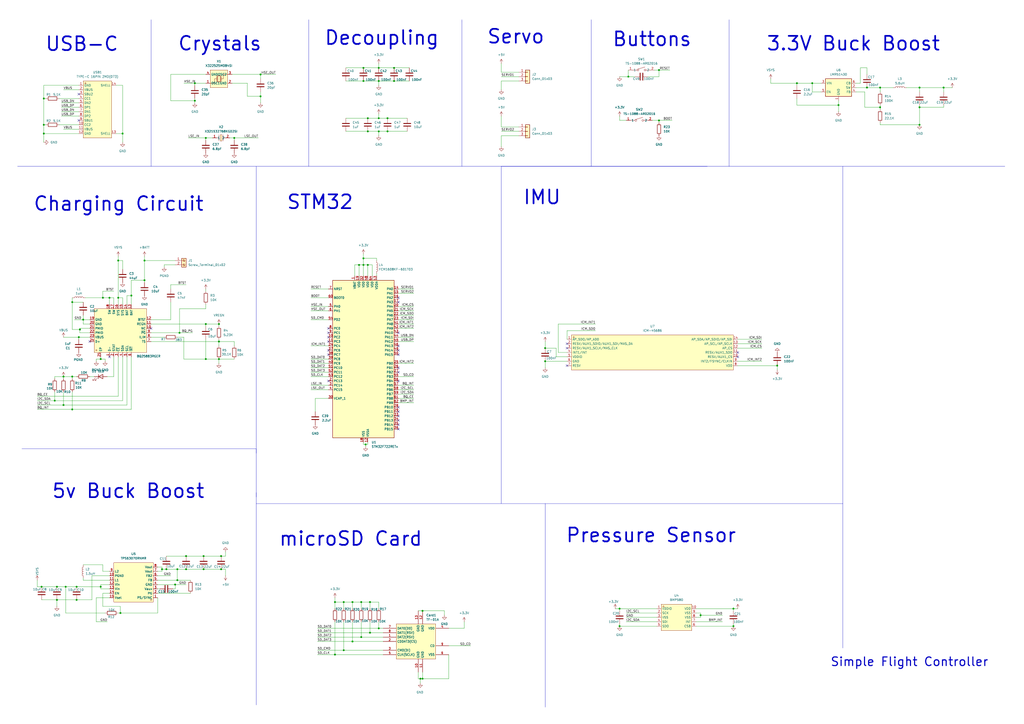
<source format=kicad_sch>
(kicad_sch (version 20250114) (generator "eeschema") (generator_version "9.0")
  (paper "A2")
  (lib_symbols
    (symbol "Connector:Screw_Terminal_01x02" (pin_names (offset 1.016) (hide yes))
      (property "Reference" "J" (at 0 2.54 0))
      (property "Value" "Screw_Terminal_01x02" (at 0 -5.08 0))
      (symbol "Screw_Terminal_01x02_1_1"
        (pin passive line (at -5.08 0 0) (length 3.81) (name "Pin_1") (number "1"))
        (pin passive line (at -5.08 -2.54 0) (length 3.81) (name "Pin_2") (number "2"))
      )
    )
    (symbol "Connector_Generic:Conn_01x03" (pin_names (offset 1.016) (hide yes))
      (property "Reference" "J" (at 0 5.08 0))
      (property "Value" "Conn_01x03" (at 0 -5.08 0))
      (symbol "Conn_01x03_1_1"
        (pin passive line (at -5.08 2.54 0) (length 3.81) (name "Pin_1") (number "1"))
        (pin passive line (at -5.08 0 0) (length 3.81) (name "Pin_2") (number "2"))
        (pin passive line (at -5.08 -2.54 0) (length 3.81) (name "Pin_3") (number "3"))
      )
    )
    (symbol "Device:C" (pin_numbers (hide yes)) (pin_names (offset 0.254))
      (property "Reference" "C" (at 0.635 2.54 0))
      (property "Value" "C" (at 0.635 -2.54 0))
      (symbol "C_1_1"
        (pin passive line (at 0 3.81 270) (length 2.794) (name "~") (number "1"))
        (pin passive line (at 0 -3.81 90) (length 2.794) (name "~") (number "2"))
      )
    )
    (symbol "Device:L" (pin_numbers (hide yes)) (pin_names (offset 1.016) (hide yes))
      (property "Reference" "L" (at -1.27 0 90))
      (property "Value" "L" (at 1.905 0 90))
      (symbol "L_1_1"
        (pin passive line (at 0 3.81 270) (length 1.27) (name "1") (number "1"))
        (pin passive line (at 0 -3.81 90) (length 1.27) (name "2") (number "2"))
      )
    )
    (symbol "Device:LED" (pin_numbers (hide yes)) (pin_names (offset 1.016) (hide yes))
      (property "Reference" "D" (at 0 2.54 0))
      (property "Value" "LED" (at 0 -2.54 0))
      (symbol "LED_1_1"
        (pin passive line (at -3.81 0 0) (length 2.54) (name "K") (number "1"))
        (pin passive line (at 3.81 0 180) (length 2.54) (name "A") (number "2"))
      )
    )
    (symbol "Device:R" (pin_numbers (hide yes)) (pin_names (offset 0))
      (property "Reference" "R" (at 2.032 0 90))
      (property "Value" "R" (at 0 0 90))
      (symbol "R_1_1"
        (pin passive line (at 0 3.81 270) (length 1.27) (name "~") (number "1"))
        (pin passive line (at 0 -3.81 90) (length 1.27) (name "~") (number "2"))
      )
    )
    (symbol "MCU_ST_STM32F7:STM32F722RETx"
      (property "Reference" "U" (at -17.78 46.99 0))
      (property "Value" "STM32F722RETx" (at 10.16 46.99 0))
      (symbol "STM32F722RETx_1_1"
        (pin input line (at -20.32 40.64 0) (length 2.54) (name "NRST") (number "7"))
        (pin input line (at -20.32 35.56 0) (length 2.54) (name "BOOT0") (number "60"))
        (pin bidirectional line (at -20.32 30.48 0) (length 2.54) (name "PH0") (number "5"))
        (pin bidirectional line (at -20.32 27.94 0) (length 2.54) (name "PH1") (number "6"))
        (pin bidirectional line (at -20.32 22.86 0) (length 2.54) (name "PD2") (number "54"))
        (pin bidirectional line (at -20.32 17.78 0) (length 2.54) (name "PC0") (number "8"))
        (pin bidirectional line (at -20.32 15.24 0) (length 2.54) (name "PC1") (number "9"))
        (pin bidirectional line (at -20.32 12.7 0) (length 2.54) (name "PC2") (number "10"))
        (pin bidirectional line (at -20.32 10.16 0) (length 2.54) (name "PC3") (number "11"))
        (pin bidirectional line (at -20.32 7.62 0) (length 2.54) (name "PC4") (number "24"))
        (pin bidirectional line (at -20.32 5.08 0) (length 2.54) (name "PC6") (number "37"))
        (pin bidirectional line (at -20.32 2.54 0) (length 2.54) (name "PC7") (number "38"))
        (pin bidirectional line (at -20.32 0 0) (length 2.54) (name "PC8") (number "39"))
        (pin bidirectional line (at -20.32 -2.54 0) (length 2.54) (name "PC9") (number "40"))
        (pin bidirectional line (at -20.32 -5.08 0) (length 2.54) (name "PC10") (number "51"))
        (pin bidirectional line (at -20.32 -7.62 0) (length 2.54) (name "PC11") (number "52"))
        (pin bidirectional line (at -20.32 -10.16 0) (length 2.54) (name "PC12") (number "53"))
        (pin bidirectional line (at -20.32 -12.7 0) (length 2.54) (name "PC13") (number "2"))
        (pin bidirectional line (at -20.32 -15.24 0) (length 2.54) (name "PC14") (number "3"))
        (pin bidirectional line (at -20.32 -17.78 0) (length 2.54) (name "PC15") (number "4"))
        (pin power_out line (at -20.32 -22.86 0) (length 2.54) (name "VCAP_1") (number "30"))
        (pin power_in line (at -5.08 48.26 270) (length 2.54) (name "VBAT") (number "1"))
        (pin power_in line (at -2.54 48.26 270) (length 2.54) (name "VDD") (number "19"))
        (pin power_in line (at 0 48.26 270) (length 2.54) (name "VDD") (number "32"))
        (pin power_in line (at 0 -48.26 90) (length 2.54) (name "VSS") (number "18"))
        (pin passive line (at 0 -48.26 90) (length 2.54) (hide yes) (name "VSS") (number "31"))
        (pin passive line (at 0 -48.26 90) (length 2.54) (hide yes) (name "VSS") (number "47"))
        (pin passive line (at 0 -48.26 90) (length 2.54) (hide yes) (name "VSS") (number "63"))
        (pin power_in line (at 2.54 48.26 270) (length 2.54) (name "VDD") (number "48"))
        (pin power_in line (at 2.54 -48.26 90) (length 2.54) (name "VSSA") (number "12"))
        (pin power_in line (at 5.08 48.26 270) (length 2.54) (name "VDD") (number "64"))
        (pin power_in line (at 7.62 48.26 270) (length 2.54) (name "VDDA") (number "13"))
        (pin bidirectional line (at 20.32 40.64 180) (length 2.54) (name "PA0") (number "14"))
        (pin bidirectional line (at 20.32 38.1 180) (length 2.54) (name "PA1") (number "15"))
        (pin bidirectional line (at 20.32 35.56 180) (length 2.54) (name "PA2") (number "16"))
        (pin bidirectional line (at 20.32 33.02 180) (length 2.54) (name "PA3") (number "17"))
        (pin bidirectional line (at 20.32 30.48 180) (length 2.54) (name "PA4") (number "20"))
        (pin bidirectional line (at 20.32 27.94 180) (length 2.54) (name "PA5") (number "21"))
        (pin bidirectional line (at 20.32 25.4 180) (length 2.54) (name "PA6") (number "22"))
        (pin bidirectional line (at 20.32 22.86 180) (length 2.54) (name "PA7") (number "23"))
        (pin bidirectional line (at 20.32 20.32 180) (length 2.54) (name "PA8") (number "41"))
        (pin bidirectional line (at 20.32 17.78 180) (length 2.54) (name "PA9") (number "42"))
        (pin bidirectional line (at 20.32 15.24 180) (length 2.54) (name "PA10") (number "43"))
        (pin bidirectional line (at 20.32 12.7 180) (length 2.54) (name "PA11") (number "44"))
        (pin bidirectional line (at 20.32 10.16 180) (length 2.54) (name "PA12") (number "45"))
        (pin bidirectional line (at 20.32 7.62 180) (length 2.54) (name "PA13") (number "46"))
        (pin bidirectional line (at 20.32 5.08 180) (length 2.54) (name "PA14") (number "49"))
        (pin bidirectional line (at 20.32 2.54 180) (length 2.54) (name "PA15") (number "50"))
        (pin bidirectional line (at 20.32 -2.54 180) (length 2.54) (name "PB0") (number "25"))
        (pin bidirectional line (at 20.32 -5.08 180) (length 2.54) (name "PB1") (number "26"))
        (pin bidirectional line (at 20.32 -7.62 180) (length 2.54) (name "PB2") (number "27"))
        (pin bidirectional line (at 20.32 -10.16 180) (length 2.54) (name "PB3") (number "55"))
        (pin bidirectional line (at 20.32 -12.7 180) (length 2.54) (name "PB4") (number "56"))
        (pin bidirectional line (at 20.32 -15.24 180) (length 2.54) (name "PB5") (number "57"))
        (pin bidirectional line (at 20.32 -17.78 180) (length 2.54) (name "PB6") (number "58"))
        (pin bidirectional line (at 20.32 -20.32 180) (length 2.54) (name "PB7") (number "59"))
        (pin bidirectional line (at 20.32 -22.86 180) (length 2.54) (name "PB8") (number "61"))
        (pin bidirectional line (at 20.32 -25.4 180) (length 2.54) (name "PB9") (number "62"))
        (pin bidirectional line (at 20.32 -27.94 180) (length 2.54) (name "PB10") (number "28"))
        (pin bidirectional line (at 20.32 -30.48 180) (length 2.54) (name "PB11") (number "29"))
        (pin bidirectional line (at 20.32 -33.02 180) (length 2.54) (name "PB12") (number "33"))
        (pin bidirectional line (at 20.32 -35.56 180) (length 2.54) (name "PB13") (number "34"))
        (pin bidirectional line (at 20.32 -38.1 180) (length 2.54) (name "PB14") (number "35"))
        (pin bidirectional line (at 20.32 -40.64 180) (length 2.54) (name "PB15") (number "36"))
      )
    )
    (symbol "Regulator_Switching:LMR51430"
      (property "Reference" "U" (at -7.62 6.35 0))
      (property "Value" "LMR51430" (at 0 6.35 0))
      (symbol "LMR51430_1_1"
        (pin power_in line (at -10.16 2.54 0) (length 2.54) (name "VIN") (number "3"))
        (pin input line (at -10.16 -2.54 0) (length 2.54) (name "EN") (number "5"))
        (pin power_in line (at 0 -7.62 90) (length 2.54) (name "GND") (number "1"))
        (pin passive line (at 10.16 2.54 180) (length 2.54) (name "CB") (number "6"))
        (pin power_out line (at 10.16 0 180) (length 2.54) (name "SW") (number "2"))
        (pin input line (at 10.16 -2.54 180) (length 2.54) (name "FB") (number "4"))
      )
    )
    (symbol "lcsc:BMP580"
      (property "Reference" "U" (at 0 10.16 0))
      (property "Value" "BMP580" (at 0 -10.16 0))
      (symbol "BMP580_0_1"
        (pin unspecified line (at -11.43 5.08 0) (length 2.54) (name "VDDIO") (number "1"))
        (pin unspecified line (at -11.43 2.54 0) (length 2.54) (name "SCK") (number "2"))
        (pin unspecified line (at -11.43 0 0) (length 2.54) (name "VSS") (number "3"))
        (pin unspecified line (at -11.43 -2.54 0) (length 2.54) (name "SDI") (number "4"))
        (pin unspecified line (at -11.43 -5.08 0) (length 2.54) (name "SDO") (number "5"))
        (pin unspecified line (at 11.43 5.08 180) (length 2.54) (name "VDD") (number "10"))
        (pin unspecified line (at 11.43 2.54 180) (length 2.54) (name "VSS") (number "9"))
        (pin unspecified line (at 11.43 0 180) (length 2.54) (name "VSS") (number "8"))
        (pin unspecified line (at 11.43 -2.54 180) (length 2.54) (name "INT") (number "7"))
        (pin unspecified line (at 11.43 -5.08 180) (length 2.54) (name "CSB") (number "6"))
      )
    )
    (symbol "lcsc:BQ25883RGER"
      (property "Reference" "U" (at 0 22.86 0))
      (property "Value" "BQ25883RGER" (at 0 -22.86 0))
      (symbol "BQ25883RGER_0_1"
        (pin unspecified line (at -15.24 11.43 0) (length 2.54) (name "EP") (number "25"))
        (pin unspecified line (at -15.24 6.35 0) (length 2.54) (name "D-") (number "1"))
        (pin unspecified line (at -15.24 3.81 0) (length 2.54) (name "STAT") (number "2"))
        (pin unspecified line (at -15.24 1.27 0) (length 2.54) (name "~{CE}") (number "3"))
        (pin unspecified line (at -15.24 -1.27 0) (length 2.54) (name "SDA") (number "4"))
        (pin unspecified line (at -15.24 -3.81 0) (length 2.54) (name "SCL") (number "5"))
        (pin unspecified line (at -15.24 -6.35 0) (length 2.54) (name "~{INT}") (number "6"))
        (pin unspecified line (at -6.35 17.78 270) (length 2.54) (name "D+") (number "24"))
        (pin unspecified line (at -6.35 -17.78 90) (length 2.54) (name "TS") (number "7"))
        (pin unspecified line (at -3.81 17.78 270) (length 2.54) (name "VBUS") (number "23"))
        (pin unspecified line (at -3.81 -17.78 90) (length 2.54) (name "ILIM") (number "8"))
        (pin unspecified line (at -1.27 17.78 270) (length 2.54) (name "PMID") (number "22"))
        (pin unspecified line (at -1.27 -17.78 90) (length 2.54) (name "~{PG}") (number "9"))
        (pin unspecified line (at 1.27 17.78 270) (length 2.54) (name "PMID") (number "21"))
        (pin unspecified line (at 1.27 -17.78 90) (length 2.54) (name "NC") (number "10"))
        (pin unspecified line (at 3.81 17.78 270) (length 2.54) (name "GND") (number "20"))
        (pin unspecified line (at 3.81 -17.78 90) (length 2.54) (name "REGN") (number "11"))
        (pin unspecified line (at 6.35 17.78 270) (length 2.54) (name "GND") (number "19"))
        (pin unspecified line (at 6.35 -17.78 90) (length 2.54) (name "BTST") (number "12"))
        (pin unspecified line (at 15.24 6.35 180) (length 2.54) (name "SW") (number "18"))
        (pin unspecified line (at 15.24 3.81 180) (length 2.54) (name "SW") (number "17"))
        (pin unspecified line (at 15.24 1.27 180) (length 2.54) (name "SYS") (number "16"))
        (pin unspecified line (at 15.24 -1.27 180) (length 2.54) (name "SYS") (number "15"))
        (pin unspecified line (at 15.24 -3.81 180) (length 2.54) (name "BAT") (number "14"))
        (pin unspecified line (at 15.24 -6.35 180) (length 2.54) (name "BAT") (number "13"))
      )
    )
    (symbol "lcsc:ICM-45686"
      (property "Reference" "U" (at 0 12.7 0))
      (property "Value" "ICM-45686" (at 0 -12.7 0))
      (symbol "ICM-45686_0_1"
        (pin unspecified line (at -49.53 7.62 0) (length 2.54) (name "AP_SDO/AP_AD0") (number "1"))
        (pin unspecified line (at -49.53 5.08 0) (length 2.54) (name "RESV/AUX1_SDIO/AUX1_SDI/MAS_DA") (number "2"))
        (pin unspecified line (at -49.53 2.54 0) (length 2.54) (name "RESV/AUX1_SCLK/MAS_CLK") (number "3"))
        (pin unspecified line (at -49.53 0 0) (length 2.54) (name "INT1/INT") (number "4"))
        (pin unspecified line (at -49.53 -2.54 0) (length 2.54) (name "VDDIO") (number "5"))
        (pin unspecified line (at -49.53 -5.08 0) (length 2.54) (name "GND") (number "6"))
        (pin unspecified line (at -49.53 -7.62 0) (length 2.54) (name "RESV") (number "7"))
        (pin unspecified line (at 49.53 7.62 180) (length 2.54) (name "AP_SDA/AP_SDIO/AP_SDI") (number "14"))
        (pin unspecified line (at 49.53 5.08 180) (length 2.54) (name "AP_SCL/AP_SCLK") (number "13"))
        (pin unspecified line (at 49.53 2.54 180) (length 2.54) (name "AP_CS") (number "12"))
        (pin unspecified line (at 49.53 0 180) (length 2.54) (name "RESV/AUX1_SDO") (number "11"))
        (pin unspecified line (at 49.53 -2.54 180) (length 2.54) (name "RESV/AUX1_CS") (number "10"))
        (pin unspecified line (at 49.53 -5.08 180) (length 2.54) (name "INT2/FSYNC/CLKIN") (number "9"))
        (pin unspecified line (at 49.53 -7.62 180) (length 2.54) (name "VDD") (number "8"))
      )
    )
    (symbol "lcsc:TF-01A"
      (property "Reference" "Card" (at 0 22.86 0))
      (property "Value" "TF-01A" (at 0 -22.86 0))
      (symbol "TF-01A_0_1"
        (pin bidirectional line (at -19.05 7.62 0) (length 7.62) (name "DAT0(D0)") (number "7"))
        (pin bidirectional line (at -19.05 5.08 0) (length 7.62) (name "DAT1(RSV)") (number "8"))
        (pin bidirectional line (at -19.05 2.54 0) (length 7.62) (name "DAT2(RSV)") (number "1"))
        (pin bidirectional line (at -19.05 0 0) (length 7.62) (name "CDDAT3(CS)") (number "2"))
        (pin input line (at -19.05 -5.08 0) (length 7.62) (name "CMD(DI)") (number "3"))
        (pin input line (at -19.05 -7.62 0) (length 7.62) (name "CLK(SCLK)") (number "5"))
        (pin input line (at 1.27 17.78 270) (length 7.62) (name "GND") (number "13"))
        (pin input line (at 1.27 -17.78 90) (length 7.62) (name "GND") (number "10"))
        (pin input line (at 3.81 17.78 270) (length 7.62) (name "GND") (number "12"))
        (pin input line (at 3.81 -17.78 90) (length 7.62) (name "GND") (number "11"))
        (pin input line (at 19.05 7.62 180) (length 7.62) (name "VDD") (number "4"))
        (pin input line (at 19.05 -2.54 180) (length 7.62) (name "CD") (number "9"))
        (pin input line (at 19.05 -7.62 180) (length 7.62) (name "VSS") (number "6"))
      )
    )
    (symbol "lcsc:TPS63070RNMR"
      (property "Reference" "U" (at 0 13.97 0))
      (property "Value" "TPS63070RNMR" (at 0 -13.97 0))
      (symbol "TPS63070RNMR_0_1"
        (pin unspecified line (at -13.97 8.89 0) (length 2.54) (name "PS/SYNC") (number "1"))
        (pin unspecified line (at -13.97 6.35 0) (length 2.54) (name "PG") (number "2"))
        (pin unspecified line (at -13.97 3.81 0) (length 2.54) (name "Vaux") (number "3"))
        (pin unspecified line (at -13.97 1.27 0) (length 2.54) (name "GND") (number "4"))
        (pin unspecified line (at -13.97 -1.27 0) (length 2.54) (name "FB") (number "5"))
        (pin unspecified line (at -13.97 -3.81 0) (length 2.54) (name "FB2") (number "6"))
        (pin unspecified line (at -13.97 -6.35 0) (length 2.54) (name "Vout") (number "7"))
        (pin unspecified line (at -13.97 -8.89 0) (length 2.54) (name "Vout") (number "8"))
        (pin unspecified line (at 13.97 8.89 180) (length 2.54) (name "Vsel") (number "15"))
        (pin unspecified line (at 13.97 6.35 180) (length 2.54) (name "EN") (number "14"))
        (pin unspecified line (at 13.97 3.81 180) (length 2.54) (name "Vin") (number "13"))
        (pin unspecified line (at 13.97 1.27 180) (length 2.54) (name "Vin") (number "12"))
        (pin unspecified line (at 13.97 -1.27 180) (length 2.54) (name "L1") (number "11"))
        (pin unspecified line (at 13.97 -3.81 180) (length 2.54) (name "PGND") (number "10"))
        (pin unspecified line (at 13.97 -6.35 180) (length 2.54) (name "L2") (number "9"))
      )
    )
    (symbol "lcsc:TS-1088-AR02016"
      (property "Reference" "SW" (at 0 5.08 0))
      (property "Value" "TS-1088-AR02016" (at 0 -5.08 0))
      (symbol "TS-1088-AR02016_0_1"
        (pin unspecified line (at -7.62 0 0) (length 2.54) (name "1") (number "1"))
        (pin unspecified line (at 7.62 0 180) (length 2.54) (name "2") (number "2"))
      )
    )
    (symbol "lcsc:TYPE-C16PIN2MD(073)"
      (property "Reference" "USB" (at 0 19.05 0))
      (property "Value" "TYPE-C 16PIN 2MD(073)" (at 0 -19.05 0))
      (symbol "TYPE-C16PIN2MD(073)_0_1"
        (pin unspecified line (at -11.43 13.97 0) (length 2.54) (name "GND") (number "1"))
        (pin unspecified line (at -11.43 11.43 0) (length 2.54) (name "VBUS") (number "2"))
        (pin unspecified line (at -11.43 8.89 0) (length 2.54) (name "SBU2") (number "3"))
        (pin unspecified line (at -11.43 6.35 0) (length 2.54) (name "CC1") (number "4"))
        (pin unspecified line (at -11.43 3.81 0) (length 2.54) (name "DN2") (number "5"))
        (pin unspecified line (at -11.43 1.27 0) (length 2.54) (name "DP1") (number "6"))
        (pin unspecified line (at -11.43 -1.27 0) (length 2.54) (name "DN1") (number "7"))
        (pin unspecified line (at -11.43 -3.81 0) (length 2.54) (name "DP2") (number "8"))
        (pin unspecified line (at -11.43 -6.35 0) (length 2.54) (name "SBU1") (number "9"))
        (pin unspecified line (at -11.43 -8.89 0) (length 2.54) (name "CC2") (number "10"))
        (pin unspecified line (at -11.43 -11.43 0) (length 2.54) (name "VBUS") (number "11"))
        (pin unspecified line (at -11.43 -13.97 0) (length 2.54) (name "GND") (number "12"))
        (pin unspecified line (at 10.16 13.97 180) (length 2.54) (name "SHELL") (number "14"))
        (pin unspecified line (at 10.16 -13.97 180) (length 2.54) (name "SHELL") (number "13"))
      )
    )
    (symbol "lcsc:X321532768KGD2SI"
      (property "Reference" "X" (at 0 5.08 0))
      (property "Value" "X321532768KGD2SI" (at 0 -5.08 0))
      (symbol "X321532768KGD2SI_0_1"
        (pin input line (at -5.08 0 0) (length 2.54) (name "1") (number "1"))
        (pin input line (at 5.08 0 180) (length 2.54) (name "2") (number "2"))
      )
    )
    (symbol "lcsc:X322525MOB4SI"
      (property "Reference" "X" (at 0 7.62 0))
      (property "Value" "X322525MOB4SI" (at 0 -7.62 0))
      (symbol "X322525MOB4SI_0_1"
        (pin unspecified line (at -7.62 2.54 0) (length 2.54) (name "GND") (number "4"))
        (pin unspecified line (at -7.62 -2.54 0) (length 2.54) (name "OSC1") (number "1"))
        (pin unspecified line (at 7.62 2.54 180) (length 2.54) (name "OSC2") (number "3"))
        (pin unspecified line (at 7.62 -2.54 180) (length 2.54) (name "GND") (number "2"))
      )
    )
    (symbol "power:+3.3V" (power) (pin_numbers (hide yes)) (pin_names (offset 0) (hide yes))
      (property "Value" "+3.3V" (at 0 3.556 0))
      (symbol "+3.3V_1_1"
        (pin power_in line (at 0 0 90) (length 0) (name "~") (number "1"))
      )
    )
    (symbol "power:+5V" (power) (pin_numbers (hide yes)) (pin_names (offset 0) (hide yes))
      (property "Value" "+5V" (at 0 3.556 0))
      (symbol "+5V_1_1"
        (pin power_in line (at 0 0 90) (length 0) (name "~") (number "1"))
      )
    )
    (symbol "power:+BATT" (power) (pin_numbers (hide yes)) (pin_names (offset 0) (hide yes))
      (property "Value" "+BATT" (at 0 3.556 0))
      (symbol "+BATT_1_1"
        (pin power_in line (at 0 0 90) (length 0) (name "~") (number "1"))
      )
    )
    (symbol "power:GND" (power) (pin_numbers (hide yes)) (pin_names (offset 0) (hide yes))
      (property "Value" "GND" (at 0 -3.81 0))
      (symbol "GND_1_1"
        (pin power_in line (at 0 0 270) (length 0) (name "~") (number "1"))
      )
    )
    (symbol "power:VBUS" (power) (pin_numbers (hide yes)) (pin_names (offset 0) (hide yes))
      (property "Value" "VBUS" (at 0 3.556 0))
      (symbol "VBUS_1_1"
        (pin power_in line (at 0 0 90) (length 0) (name "~") (number "1"))
      )
    )
  )
  (text "STM32" (at 185.674 117.348 0) (effects (font (size 8 8) (thickness 1))))
  (text "Crystals" (exclude_from_sim yes) (at 127.508 25.4 0) (effects (font (size 8 8) (thickness 1))))
  (text "Simple Flight Controller" (at 527.558 384.048 0) (effects (font (size 5 5) (thickness 0.625))))
  (text "3.3V Buck Boost" (at 495.046 25.4 0) (effects (font (size 8 8) (thickness 1))))
  (text "Buttons" (at 378.206 22.86 0) (effects (font (size 8 8) (thickness 1))))
  (text "Charging Circuit" (at 68.834 118.364 0) (effects (font (size 8 8) (thickness 1))))
  (text "USB-C" (at 47.498 25.654 0) (effects (font (size 8 8) (thickness 1))))
  (text "Decoupling" (at 221.488 22.098 0) (effects (font (size 8 8) (thickness 1))))
  (text "Servo" (at 299.212 21.336 0) (effects (font (size 8 8) (thickness 1))))
  (text "Pressure Sensor" (at 377.698 310.642 0) (effects (font (size 8 8) (thickness 1))))
  (text "5v Buck Boost" (at 74.422 284.988 0) (effects (font (size 8 8) (thickness 1))))
  (text "microSD Card" (at 203.454 312.674 0) (effects (font (size 8 8) (thickness 1))))
  (text "IMU" (at 314.452 114.554 0) (effects (font (size 8 8) (thickness 1))))
  (junction (at 228.6 39.37))
  (junction (at 119.38 187.96))
  (junction (at 209.55 369.57))
  (junction (at 83.82 151.13))
  (junction (at 359.41 363.22))
  (junction (at 382.27 69.85))
  (junction (at 104.14 193.04))
  (junction (at 63.5 172.72))
  (junction (at 25.4 72.39))
  (junction (at 102.87 330.2))
  (junction (at 224.79 68.58))
  (junction (at 33.02 347.98))
  (junction (at 204.47 372.11))
  (junction (at 425.45 363.22))
  (junction (at 245.11 393.7))
  (junction (at 219.71 39.37))
  (junction (at 113.03 48.26))
  (junction (at 210.82 149.86))
  (junction (at 119.38 80.01))
  (junction (at 533.4 72.39))
  (junction (at 119.38 208.28))
  (junction (at 83.82 162.56))
  (junction (at 214.63 349.25))
  (junction (at 214.63 367.03))
  (junction (at 213.36 76.2))
  (junction (at 58.42 340.36))
  (junction (at 113.03 58.42))
  (junction (at 194.31 349.25))
  (junction (at 510.54 50.8))
  (junction (at 210.82 46.99))
  (junction (at 36.83 234.95))
  (junction (at 450.85 212.09))
  (junction (at 228.6 46.99))
  (junction (at 209.55 349.25))
  (junction (at 59.69 172.72))
  (junction (at 364.49 44.45))
  (junction (at 45.72 195.58))
  (junction (at 107.95 330.2))
  (junction (at 38.1 340.36))
  (junction (at 36.83 218.44))
  (junction (at 425.45 353.06))
  (junction (at 58.42 208.28))
  (junction (at 219.71 76.2))
  (junction (at 102.87 336.55))
  (junction (at 194.31 379.73))
  (junction (at 212.09 257.81))
  (junction (at 243.84 393.7))
  (junction (at 486.41 60.96))
  (junction (at 510.54 62.23))
  (junction (at 46.355 191.135))
  (junction (at 24.13 340.36))
  (junction (at 93.98 330.2))
  (junction (at 127 208.28))
  (junction (at 101.6 339.09))
  (junction (at 41.91 218.44))
  (junction (at 382.27 40.64))
  (junction (at 224.79 76.2))
  (junction (at 41.91 237.49))
  (junction (at 359.41 353.06))
  (junction (at 462.28 48.26))
  (junction (at 68.58 151.13))
  (junction (at 204.47 349.25))
  (junction (at 245.11 354.33))
  (junction (at 533.4 50.8))
  (junction (at 406.4 356.87))
  (junction (at 151.13 43.18))
  (junction (at 135.89 80.01))
  (junction (at 502.92 50.8))
  (junction (at 316.23 209.55))
  (junction (at 213.36 68.58))
  (junction (at 25.4 77.47))
  (junction (at 219.71 364.49))
  (junction (at 71.12 77.47))
  (junction (at 128.27 330.2))
  (junction (at 210.82 153.67))
  (junction (at 213.36 153.67))
  (junction (at 128.27 322.58))
  (junction (at 316.23 201.93))
  (junction (at 151.13 55.88))
  (junction (at 547.37 50.8))
  (junction (at 208.28 153.67))
  (junction (at 44.45 340.36))
  (junction (at 471.17 48.26))
  (junction (at 48.26 185.42))
  (junction (at 25.4 57.15))
  (junction (at 219.71 68.58))
  (junction (at 96.52 330.2))
  (junction (at 76.2 171.45))
  (junction (at 118.11 322.58))
  (junction (at 210.82 39.37))
  (junction (at 107.95 322.58))
  (junction (at 44.45 347.98))
  (junction (at 199.39 377.19))
  (junction (at 533.4 62.23))
  (junction (at 219.71 46.99))
  (junction (at 68.58 172.72))
  (junction (at 69.85 355.6))
  (junction (at 31.75 232.41))
  (junction (at 41.91 175.26))
  (junction (at 33.02 340.36))
  (junction (at 127 187.96))
  (junction (at 127 198.12))
  (junction (at 118.11 330.2))
  (junction (at 199.39 349.25))
  (no_connect (at 231.14 213.36))
  (no_connect (at 231.14 248.92))
  (no_connect (at 231.14 172.72))
  (no_connect (at 87.63 190.5))
  (no_connect (at 52.07 198.12))
  (no_connect (at 231.14 175.26))
  (no_connect (at 45.72 54.61))
  (no_connect (at 427.99 204.47))
  (no_connect (at 328.93 199.39))
  (no_connect (at 231.14 205.74))
  (no_connect (at 190.5 220.98))
  (no_connect (at 231.14 241.3))
  (no_connect (at 427.99 207.01))
  (no_connect (at 231.14 238.76))
  (no_connect (at 231.14 220.98))
  (no_connect (at 231.14 243.84))
  (no_connect (at 231.14 236.22))
  (no_connect (at 190.5 198.12))
  (no_connect (at 231.14 246.38))
  (no_connect (at 231.14 203.2))
  (no_connect (at 190.5 205.74))
  (no_connect (at 190.5 193.04))
  (no_connect (at 231.14 193.04))
  (no_connect (at 190.5 195.58))
  (no_connect (at 190.5 190.5))
  (no_connect (at 328.93 212.09))
  (no_connect (at 63.5 207.01))
  (no_connect (at 45.72 69.85))
  (no_connect (at 231.14 215.9))
  (no_connect (at 328.93 201.93))
  (no_connect (at 231.14 200.66))
  (no_connect (at 190.5 203.2))
  (wire (pts (xy 215.9 153.67) (xy 215.9 160.02)))
  (wire (pts (xy 378.46 69.85) (xy 382.27 69.85)))
  (wire (pts (xy 21.59 340.36) (xy 24.13 340.36)))
  (wire (pts (xy 210.82 153.67) (xy 210.82 160.02)))
  (wire (pts (xy 134.62 43.18) (xy 151.13 43.18)))
  (wire (pts (xy 231.14 182.88) (xy 240.03 182.88)))
  (wire (pts (xy 99.06 167.64) (xy 99.06 165.1)))
  (wire (pts (xy 99.06 58.42) (xy 113.03 58.42)))
  (wire (pts (xy 212.09 257.81) (xy 212.09 259.08)))
  (wire (pts (xy 127 208.28) (xy 127 210.82)))
  (wire (pts (xy 501.65 62.23) (xy 510.54 62.23)))
  (wire (pts (xy 25.4 57.15) (xy 26.67 57.15)))
  (wire (pts (xy 510.54 71.12) (xy 510.54 72.39)))
  (wire (pts (xy 59.69 172.72) (xy 49.53 172.72)))
  (wire (pts (xy 33.02 347.98) (xy 33.02 351.79)))
  (wire (pts (xy 151.13 43.18) (xy 151.13 45.72)))
  (wire (pts (xy 210.82 149.86) (xy 210.82 153.67)))
  (wire (pts (xy 260.35 379.73) (xy 260.35 393.7)))
  (wire (pts (xy 547.37 50.8) (xy 552.45 50.8)))
  (wire (pts (xy 425.45 363.22) (xy 425.45 361.95)))
  (wire (pts (xy 91.44 355.6) (xy 69.85 355.6)))
  (wire (pts (xy 180.34 213.36) (xy 190.5 213.36)))
  (wire (pts (xy 219.71 39.37) (xy 228.6 39.37)))
  (wire (pts (xy 213.36 76.2) (xy 219.71 76.2)))
  (wire (pts (xy 269.24 360.68) (xy 269.24 364.49)))
  (wire (pts (xy 52.07 193.04) (xy 46.355 193.04)))
  (wire (pts (xy 180.34 177.8) (xy 190.5 177.8)))
  (wire (pts (xy 33.02 340.36) (xy 24.13 340.36)))
  (wire (pts (xy 194.31 379.73) (xy 222.25 379.73)))
  (wire (pts (xy 119.38 176.53) (xy 119.38 179.07)))
  (wire (pts (xy 34.29 57.15) (xy 45.72 57.15)))
  (wire (pts (xy 68.58 151.13) (xy 68.58 172.72)))
  (wire (pts (xy 53.34 347.98) (xy 44.45 347.98)))
  (wire (pts (xy 48.26 327.66) (xy 59.69 327.66)))
  (wire (pts (xy 290.83 78.74) (xy 290.83 85.09)))
  (wire (pts (xy 190.5 231.14) (xy 182.88 231.14)))
  (wire (pts (xy 46.355 190.5) (xy 52.07 190.5)))
  (wire (pts (xy 359.41 44.45) (xy 364.49 44.45)))
  (wire (pts (xy 69.85 351.79) (xy 69.85 355.6)))
  (polyline (pts (xy 12.7 260.35) (xy 148.59 260.35)))
  (wire (pts (xy 403.86 358.14) (xy 406.4 358.14)))
  (wire (pts (xy 93.98 330.2) (xy 96.52 330.2)))
  (wire (pts (xy 359.41 353.06) (xy 359.41 354.33)))
  (wire (pts (xy 36.83 52.07) (xy 45.72 52.07)))
  (wire (pts (xy 110.49 344.17) (xy 91.44 344.17)))
  (wire (pts (xy 21.59 336.55) (xy 21.59 340.36)))
  (wire (pts (xy 290.83 36.83) (xy 290.83 41.91)))
  (wire (pts (xy 224.79 68.58) (xy 236.22 68.58)))
  (wire (pts (xy 231.14 233.68) (xy 240.03 233.68)))
  (wire (pts (xy 180.34 226.06) (xy 190.5 226.06)))
  (wire (pts (xy 119.38 187.96) (xy 127 187.96)))
  (polyline (pts (xy 488.95 292.1) (xy 488.95 375.92)))
  (wire (pts (xy 135.89 80.01) (xy 149.86 80.01)))
  (wire (pts (xy 76.2 207.01) (xy 76.2 237.49)))
  (wire (pts (xy 21.59 237.49) (xy 41.91 237.49)))
  (wire (pts (xy 128.27 330.2) (xy 130.81 330.2)))
  (wire (pts (xy 363.22 355.6) (xy 381 355.6)))
  (wire (pts (xy 135.89 198.12) (xy 135.89 200.66)))
  (wire (pts (xy 199.39 360.68) (xy 199.39 377.19)))
  (wire (pts (xy 204.47 372.11) (xy 222.25 372.11)))
  (wire (pts (xy 102.87 336.55) (xy 110.49 336.55)))
  (wire (pts (xy 219.71 46.99) (xy 219.71 49.53)))
  (wire (pts (xy 104.14 193.04) (xy 104.14 179.07)))
  (wire (pts (xy 87.63 198.12) (xy 127 198.12)))
  (wire (pts (xy 231.14 228.6) (xy 240.03 228.6)))
  (wire (pts (xy 180.34 167.64) (xy 190.5 167.64)))
  (wire (pts (xy 199.39 377.19) (xy 222.25 377.19)))
  (wire (pts (xy 533.4 62.23) (xy 533.4 60.96)))
  (polyline (pts (xy 290.83 96.52) (xy 410.21 96.52)))
  (wire (pts (xy 245.11 389.89) (xy 245.11 393.7)))
  (wire (pts (xy 71.12 151.13) (xy 71.12 156.21)))
  (wire (pts (xy 257.81 354.33) (xy 257.81 356.87)))
  (wire (pts (xy 290.83 73.66) (xy 300.99 73.66)))
  (wire (pts (xy 359.41 361.95) (xy 359.41 363.22)))
  (wire (pts (xy 53.34 334.01) (xy 53.34 347.98)))
  (wire (pts (xy 76.2 162.56) (xy 83.82 162.56)))
  (wire (pts (xy 63.5 346.71) (xy 55.88 346.71)))
  (wire (pts (xy 184.15 364.49) (xy 219.71 364.49)))
  (wire (pts (xy 200.66 46.99) (xy 210.82 46.99)))
  (wire (pts (xy 180.34 218.44) (xy 190.5 218.44)))
  (wire (pts (xy 59.69 331.47) (xy 63.5 331.47)))
  (wire (pts (xy 231.14 231.14) (xy 240.03 231.14)))
  (wire (pts (xy 214.63 349.25) (xy 219.71 349.25)))
  (wire (pts (xy 290.83 78.74) (xy 300.99 78.74)))
  (wire (pts (xy 328.93 207.01) (xy 322.58 207.01)))
  (wire (pts (xy 45.72 49.53) (xy 25.4 49.53)))
  (wire (pts (xy 102.87 330.2) (xy 102.87 336.55)))
  (wire (pts (xy 41.91 218.44) (xy 41.91 219.71)))
  (wire (pts (xy 364.49 44.45) (xy 368.3 44.45)))
  (wire (pts (xy 231.14 223.52) (xy 240.03 223.52)))
  (wire (pts (xy 219.71 360.68) (xy 219.71 364.49)))
  (wire (pts (xy 194.31 349.25) (xy 194.31 353.06)))
  (wire (pts (xy 403.86 360.68) (xy 419.1 360.68)))
  (wire (pts (xy 180.34 208.28) (xy 190.5 208.28)))
  (wire (pts (xy 99.06 43.18) (xy 99.06 58.42)))
  (polyline (pts (xy 179.07 11.43) (xy 179.07 96.52)))
  (wire (pts (xy 48.26 185.42) (xy 52.07 185.42)))
  (wire (pts (xy 52.07 218.44) (xy 54.61 218.44)))
  (wire (pts (xy 130.81 330.2) (xy 130.81 334.01)))
  (polyline (pts (xy 148.59 96.52) (xy 148.59 288.29)))
  (wire (pts (xy 119.38 208.28) (xy 127 208.28)))
  (wire (pts (xy 151.13 53.34) (xy 151.13 55.88)))
  (wire (pts (xy 364.49 40.64) (xy 364.49 44.45)))
  (wire (pts (xy 76.2 171.45) (xy 76.2 162.56)))
  (wire (pts (xy 36.83 234.95) (xy 73.66 234.95)))
  (wire (pts (xy 328.93 204.47) (xy 323.85 204.47)))
  (wire (pts (xy 200.66 39.37) (xy 210.82 39.37)))
  (wire (pts (xy 462.28 57.15) (xy 462.28 60.96)))
  (wire (pts (xy 41.91 218.44) (xy 44.45 218.44)))
  (wire (pts (xy 224.79 76.2) (xy 236.22 76.2)))
  (wire (pts (xy 406.4 358.14) (xy 406.4 356.87)))
  (wire (pts (xy 218.44 158.75) (xy 218.44 160.02)))
  (wire (pts (xy 525.78 50.8) (xy 533.4 50.8)))
  (wire (pts (xy 243.84 393.7) (xy 245.11 393.7)))
  (wire (pts (xy 290.83 41.91) (xy 300.99 41.91)))
  (wire (pts (xy 328.93 196.85) (xy 328.93 191.77)))
  (wire (pts (xy 200.66 76.2) (xy 213.36 76.2)))
  (wire (pts (xy 104.14 193.04) (xy 111.76 193.04)))
  (wire (pts (xy 36.83 195.58) (xy 45.72 195.58)))
  (wire (pts (xy 499.11 48.26) (xy 499.11 39.37)))
  (wire (pts (xy 63.5 341.63) (xy 58.42 341.63)))
  (wire (pts (xy 106.68 48.26) (xy 113.03 48.26)))
  (wire (pts (xy 67.31 49.53) (xy 71.12 49.53)))
  (wire (pts (xy 199.39 349.25) (xy 199.39 353.06)))
  (wire (pts (xy 113.03 48.26) (xy 119.38 48.26)))
  (wire (pts (xy 55.88 360.68) (xy 62.23 360.68)))
  (wire (pts (xy 228.6 39.37) (xy 237.49 39.37)))
  (wire (pts (xy 109.22 80.01) (xy 119.38 80.01)))
  (wire (pts (xy 127 208.28) (xy 135.89 208.28)))
  (wire (pts (xy 204.47 349.25) (xy 209.55 349.25)))
  (wire (pts (xy 63.5 334.01) (xy 53.34 334.01)))
  (wire (pts (xy 501.65 53.34) (xy 501.65 62.23)))
  (wire (pts (xy 100.33 341.63) (xy 101.6 341.63)))
  (wire (pts (xy 379.73 40.64) (xy 382.27 40.64)))
  (wire (pts (xy 63.5 339.09) (xy 58.42 339.09)))
  (wire (pts (xy 213.36 68.58) (xy 219.71 68.58)))
  (polyline (pts (xy 148.59 260.35) (xy 148.59 262.89)))
  (wire (pts (xy 209.55 360.68) (xy 209.55 369.57)))
  (wire (pts (xy 66.04 207.01) (xy 66.04 218.44)))
  (wire (pts (xy 180.34 215.9) (xy 190.5 215.9)))
  (wire (pts (xy 46.355 190.5) (xy 46.355 191.135)))
  (wire (pts (xy 25.4 77.47) (xy 45.72 77.47)))
  (wire (pts (xy 71.12 77.47) (xy 71.12 82.55)))
  (wire (pts (xy 214.63 360.68) (xy 214.63 367.03)))
  (wire (pts (xy 462.28 60.96) (xy 486.41 60.96)))
  (wire (pts (xy 180.34 223.52) (xy 190.5 223.52)))
  (wire (pts (xy 21.59 232.41) (xy 31.75 232.41)))
  (wire (pts (xy 58.42 340.36) (xy 44.45 340.36)))
  (wire (pts (xy 83.82 148.59) (xy 83.82 151.13)))
  (polyline (pts (xy 10.16 96.52) (xy 410.21 96.52)))
  (wire (pts (xy 180.34 180.34) (xy 190.5 180.34)))
  (wire (pts (xy 58.42 207.01) (xy 58.42 208.28)))
  (wire (pts (xy 219.71 76.2) (xy 219.71 78.74)))
  (wire (pts (xy 359.41 363.22) (xy 381 363.22)))
  (wire (pts (xy 36.83 227.33) (xy 36.83 234.95)))
  (wire (pts (xy 55.88 208.28) (xy 58.42 208.28)))
  (wire (pts (xy 533.4 53.34) (xy 533.4 50.8)))
  (wire (pts (xy 425.45 353.06) (xy 403.86 353.06)))
  (wire (pts (xy 231.14 226.06) (xy 240.03 226.06)))
  (wire (pts (xy 363.22 358.14) (xy 381 358.14)))
  (wire (pts (xy 35.56 67.31) (xy 45.72 67.31)))
  (wire (pts (xy 55.88 346.71) (xy 55.88 360.68)))
  (wire (pts (xy 119.38 80.01) (xy 119.38 81.28)))
  (wire (pts (xy 119.38 196.85) (xy 119.38 208.28)))
  (wire (pts (xy 219.71 364.49) (xy 222.25 364.49)))
  (wire (pts (xy 231.14 190.5) (xy 240.03 190.5)))
  (wire (pts (xy 101.6 153.67) (xy 95.25 153.67)))
  (wire (pts (xy 43.18 185.42) (xy 48.26 185.42)))
  (wire (pts (xy 427.99 353.06) (xy 425.45 353.06)))
  (wire (pts (xy 184.15 379.73) (xy 194.31 379.73)))
  (wire (pts (xy 219.71 46.99) (xy 228.6 46.99)))
  (polyline (pts (xy 422.91 96.52) (xy 582.93 96.52)))
  (wire (pts (xy 209.55 349.25) (xy 214.63 349.25)))
  (wire (pts (xy 499.11 39.37) (xy 502.92 39.37)))
  (wire (pts (xy 130.81 320.04) (xy 130.81 322.58)))
  (wire (pts (xy 71.12 49.53) (xy 71.12 77.47)))
  (wire (pts (xy 91.44 341.63) (xy 92.71 341.63)))
  (wire (pts (xy 427.99 199.39) (xy 441.96 199.39)))
  (polyline (pts (xy 316.23 292.1) (xy 316.23 410.21)))
  (wire (pts (xy 127 198.12) (xy 135.89 198.12)))
  (wire (pts (xy 180.34 172.72) (xy 190.5 172.72)))
  (wire (pts (xy 231.14 210.82) (xy 240.03 210.82)))
  (wire (pts (xy 210.82 46.99) (xy 219.71 46.99)))
  (wire (pts (xy 118.11 322.58) (xy 128.27 322.58)))
  (wire (pts (xy 135.89 80.01) (xy 135.89 81.28)))
  (polyline (pts (xy 267.97 12.7) (xy 267.97 96.52)))
  (wire (pts (xy 382.27 40.64) (xy 382.27 44.45)))
  (wire (pts (xy 119.38 167.64) (xy 119.38 168.91)))
  (wire (pts (xy 510.54 50.8) (xy 518.16 50.8)))
  (wire (pts (xy 476.25 48.26) (xy 471.17 48.26)))
  (wire (pts (xy 63.5 172.72) (xy 59.69 172.72)))
  (wire (pts (xy 68.58 172.72) (xy 68.58 176.53)))
  (wire (pts (xy 25.4 72.39) (xy 25.4 77.47)))
  (wire (pts (xy 533.4 50.8) (xy 547.37 50.8)))
  (wire (pts (xy 87.63 193.04) (xy 104.14 193.04)))
  (wire (pts (xy 180.34 185.42) (xy 190.5 185.42)))
  (wire (pts (xy 68.58 148.59) (xy 68.58 151.13)))
  (wire (pts (xy 496.57 48.26) (xy 499.11 48.26)))
  (wire (pts (xy 96.52 330.2) (xy 102.87 330.2)))
  (wire (pts (xy 127 198.12) (xy 127 200.66)))
  (wire (pts (xy 58.42 340.36) (xy 58.42 341.63)))
  (wire (pts (xy 95.25 153.67) (xy 95.25 154.94)))
  (wire (pts (xy 118.11 330.2) (xy 128.27 330.2)))
  (wire (pts (xy 76.2 171.45) (xy 76.2 176.53)))
  (wire (pts (xy 316.23 198.12) (xy 316.23 201.93)))
  (wire (pts (xy 231.14 177.8) (xy 240.03 177.8)))
  (wire (pts (xy 510.54 50.8) (xy 510.54 53.34)))
  (wire (pts (xy 502.92 39.37) (xy 502.92 43.18)))
  (wire (pts (xy 59.69 168.91) (xy 66.04 168.91)))
  (wire (pts (xy 533.4 62.23) (xy 547.37 62.23)))
  (wire (pts (xy 218.44 151.13) (xy 218.44 149.86)))
  (wire (pts (xy 143.51 48.26) (xy 143.51 55.88)))
  (wire (pts (xy 476.25 53.34) (xy 471.17 53.34)))
  (wire (pts (xy 36.83 218.44) (xy 41.91 218.44)))
  (wire (pts (xy 41.91 175.26) (xy 48.26 175.26)))
  (wire (pts (xy 547.37 62.23) (xy 547.37 60.96)))
  (wire (pts (xy 204.47 349.25) (xy 204.47 353.06)))
  (polyline (pts (xy 87.63 11.43) (xy 87.63 96.52)))
  (wire (pts (xy 71.12 176.53) (xy 71.12 172.72)))
  (wire (pts (xy 219.71 36.83) (xy 219.71 39.37)))
  (wire (pts (xy 113.03 58.42) (xy 113.03 59.69)))
  (wire (pts (xy 102.87 330.2) (xy 107.95 330.2)))
  (wire (pts (xy 228.6 46.99) (xy 237.49 46.99)))
  (wire (pts (xy 93.98 328.93) (xy 93.98 330.2)))
  (wire (pts (xy 133.35 80.01) (xy 135.89 80.01)))
  (wire (pts (xy 471.17 53.34) (xy 471.17 48.26)))
  (wire (pts (xy 510.54 62.23) (xy 510.54 63.5)))
  (wire (pts (xy 21.59 234.95) (xy 36.83 234.95)))
  (wire (pts (xy 502.92 50.8) (xy 510.54 50.8)))
  (wire (pts (xy 107.95 322.58) (xy 118.11 322.58)))
  (wire (pts (xy 231.14 170.18) (xy 240.03 170.18)))
  (wire (pts (xy 36.83 74.93) (xy 45.72 74.93)))
  (wire (pts (xy 41.91 191.135) (xy 46.355 191.135)))
  (wire (pts (xy 134.62 48.26) (xy 143.51 48.26)))
  (wire (pts (xy 496.57 50.8) (xy 502.92 50.8)))
  (wire (pts (xy 210.82 153.67) (xy 213.36 153.67)))
  (wire (pts (xy 38.1 340.36) (xy 33.02 340.36)))
  (wire (pts (xy 25.4 77.47) (xy 25.4 82.55)))
  (polyline (pts (xy 148.59 292.1) (xy 488.95 292.1)))
  (wire (pts (xy 231.14 198.12) (xy 240.03 198.12)))
  (wire (pts (xy 48.26 336.55) (xy 48.26 335.28)))
  (wire (pts (xy 48.26 185.42) (xy 48.26 187.96)))
  (wire (pts (xy 31.75 232.41) (xy 71.12 232.41)))
  (polyline (pts (xy 267.97 11.43) (xy 267.97 12.7)))
  (wire (pts (xy 66.04 176.53) (xy 66.04 172.72)))
  (wire (pts (xy 213.36 257.81) (xy 213.36 256.54)))
  (wire (pts (xy 425.45 354.33) (xy 425.45 353.06)))
  (wire (pts (xy 316.23 209.55) (xy 316.23 213.36)))
  (wire (pts (xy 45.72 195.58) (xy 52.07 195.58)))
  (wire (pts (xy 68.58 151.13) (xy 71.12 151.13)))
  (wire (pts (xy 359.41 67.31) (xy 359.41 69.85)))
  (wire (pts (xy 25.4 49.53) (xy 25.4 57.15)))
  (wire (pts (xy 194.31 349.25) (xy 199.39 349.25)))
  (wire (pts (xy 83.82 151.13) (xy 101.6 151.13)))
  (wire (pts (xy 182.88 231.14) (xy 182.88 238.76)))
  (wire (pts (xy 99.06 175.26) (xy 99.06 185.42)))
  (wire (pts (xy 38.1 355.6) (xy 38.1 340.36)))
  (wire (pts (xy 91.44 346.71) (xy 91.44 355.6)))
  (wire (pts (xy 231.14 167.64) (xy 240.03 167.64)))
  (wire (pts (xy 486.41 60.96) (xy 486.41 64.77)))
  (wire (pts (xy 260.35 393.7) (xy 245.11 393.7)))
  (wire (pts (xy 382.27 40.64) (xy 388.62 40.64)))
  (wire (pts (xy 328.93 191.77) (xy 345.44 191.77)))
  (wire (pts (xy 213.36 153.67) (xy 213.36 160.02)))
  (wire (pts (xy 381 353.06) (xy 359.41 353.06)))
  (wire (pts (xy 59.69 351.79) (xy 69.85 351.79)))
  (wire (pts (xy 403.86 355.6) (xy 406.4 355.6)))
  (wire (pts (xy 205.74 153.67) (xy 208.28 153.67)))
  (wire (pts (xy 63.5 176.53) (xy 63.5 172.72)))
  (wire (pts (xy 184.15 367.03) (xy 214.63 367.03)))
  (polyline (pts (xy 488.95 292.1) (xy 488.95 96.52)))
  (wire (pts (xy 427.99 196.85) (xy 441.96 196.85)))
  (wire (pts (xy 63.5 344.17) (xy 59.69 344.17)))
  (wire (pts (xy 375.92 44.45) (xy 382.27 44.45)))
  (wire (pts (xy 290.83 46.99) (xy 290.83 52.07)))
  (wire (pts (xy 83.82 163.83) (xy 83.82 162.56)))
  (wire (pts (xy 231.14 185.42) (xy 240.03 185.42)))
  (wire (pts (xy 91.44 336.55) (xy 102.87 336.55)))
  (wire (pts (xy 67.31 77.47) (xy 71.12 77.47)))
  (wire (pts (xy 209.55 369.57) (xy 222.25 369.57)))
  (wire (pts (xy 231.14 180.34) (xy 240.03 180.34)))
  (wire (pts (xy 427.99 212.09) (xy 450.85 212.09)))
  (wire (pts (xy 547.37 53.34) (xy 547.37 50.8)))
  (wire (pts (xy 119.38 80.01) (xy 123.19 80.01)))
  (wire (pts (xy 104.14 179.07) (xy 119.38 179.07)))
  (wire (pts (xy 41.91 227.33) (xy 41.91 237.49)))
  (wire (pts (xy 205.74 160.02) (xy 205.74 153.67)))
  (wire (pts (xy 242.57 354.33) (xy 245.11 354.33)))
  (wire (pts (xy 510.54 72.39) (xy 533.4 72.39)))
  (wire (pts (xy 151.13 43.18) (xy 160.02 43.18)))
  (wire (pts (xy 450.85 212.09) (xy 450.85 214.63)))
  (wire (pts (xy 48.26 182.88) (xy 48.26 185.42)))
  (wire (pts (xy 219.71 66.04) (xy 219.71 68.58)))
  (wire (pts (xy 242.57 393.7) (xy 243.84 393.7)))
  (wire (pts (xy 93.98 330.2) (xy 93.98 331.47)))
  (wire (pts (xy 382.27 69.85) (xy 389.89 69.85)))
  (wire (pts (xy 260.35 364.49) (xy 269.24 364.49)))
  (wire (pts (xy 184.15 369.57) (xy 209.55 369.57)))
  (wire (pts (xy 46.355 193.04) (xy 46.355 191.135)))
  (wire (pts (xy 96.52 322.58) (xy 107.95 322.58)))
  (wire (pts (xy 71.12 172.72) (xy 68.58 172.72)))
  (wire (pts (xy 35.56 64.77) (xy 45.72 64.77)))
  (wire (pts (xy 128.27 322.58) (xy 130.81 322.58)))
  (wire (pts (xy 60.96 355.6) (xy 38.1 355.6)))
  (wire (pts (xy 87.63 185.42) (xy 99.06 185.42)))
  (wire (pts (xy 242.57 389.89) (xy 242.57 393.7)))
  (wire (pts (xy 210.82 39.37) (xy 219.71 39.37)))
  (wire (pts (xy 204.47 360.68) (xy 204.47 372.11)))
  (wire (pts (xy 533.4 72.39) (xy 533.4 62.23)))
  (wire (pts (xy 113.03 48.26) (xy 113.03 49.53)))
  (wire (pts (xy 363.22 69.85) (xy 359.41 69.85)))
  (polyline (pts (xy 422.91 11.43) (xy 422.91 96.52)))
  (wire (pts (xy 290.83 76.2) (xy 300.99 76.2)))
  (wire (pts (xy 60.96 208.28) (xy 60.96 209.55)))
  (wire (pts (xy 31.75 218.44) (xy 36.83 218.44)))
  (wire (pts (xy 231.14 195.58) (xy 240.03 195.58)))
  (wire (pts (xy 52.07 187.96) (xy 48.26 187.96)))
  (wire (pts (xy 212.09 257.81) (xy 213.36 257.81)))
  (wire (pts (xy 200.66 68.58) (xy 213.36 68.58)))
  (wire (pts (xy 486.41 58.42) (xy 486.41 60.96)))
  (wire (pts (xy 106.68 195.58) (xy 106.68 208.28)))
  (wire (pts (xy 119.38 43.18) (xy 99.06 43.18)))
  (wire (pts (xy 184.15 372.11) (xy 204.47 372.11)))
  (wire (pts (xy 127 196.85) (xy 127 198.12)))
  (wire (pts (xy 101.6 341.63) (xy 101.6 339.09)))
  (wire (pts (xy 208.28 153.67) (xy 210.82 153.67)))
  (wire (pts (xy 102.87 195.58) (xy 106.68 195.58)))
  (wire (pts (xy 462.28 48.26) (xy 447.04 48.26)))
  (wire (pts (xy 180.34 200.66) (xy 190.5 200.66)))
  (wire (pts (xy 323.85 187.96) (xy 345.44 187.96)))
  (wire (pts (xy 214.63 349.25) (xy 214.63 353.06)))
  (wire (pts (xy 91.44 331.47) (xy 93.98 331.47)))
  (wire (pts (xy 41.91 175.26) (xy 41.91 172.72)))
  (wire (pts (xy 69.85 355.6) (xy 68.58 355.6)))
  (wire (pts (xy 210.82 256.54) (xy 210.82 257.81)))
  (wire (pts (xy 219.71 76.2) (xy 224.79 76.2)))
  (wire (pts (xy 91.44 328.93) (xy 93.98 328.93)))
  (wire (pts (xy 21.59 229.87) (xy 68.58 229.87)))
  (wire (pts (xy 316.23 209.55) (xy 328.93 209.55)))
  (wire (pts (xy 63.5 336.55) (xy 48.26 336.55)))
  (wire (pts (xy 55.88 208.28) (xy 55.88 209.55)))
  (wire (pts (xy 199.39 349.25) (xy 204.47 349.25)))
  (wire (pts (xy 290.83 46.99) (xy 300.99 46.99)))
  (wire (pts (xy 213.36 153.67) (xy 215.9 153.67)))
  (wire (pts (xy 83.82 151.13) (xy 83.82 162.56)))
  (wire (pts (xy 113.03 57.15) (xy 113.03 58.42)))
  (wire (pts (xy 58.42 208.28) (xy 60.96 208.28)))
  (wire (pts (xy 406.4 356.87) (xy 419.1 356.87)))
  (wire (pts (xy 210.82 147.32) (xy 210.82 149.86)))
  (wire (pts (xy 101.6 339.09) (xy 107.95 339.09)))
  (wire (pts (xy 59.69 327.66) (xy 59.69 331.47)))
  (polyline (pts (xy 342.9 11.43) (xy 342.9 96.52)))
  (wire (pts (xy 87.63 187.96) (xy 119.38 187.96)))
  (wire (pts (xy 180.34 210.82) (xy 190.5 210.82)))
  (wire (pts (xy 44.45 340.36) (xy 38.1 340.36)))
  (wire (pts (xy 36.83 218.44) (xy 36.83 219.71)))
  (wire (pts (xy 323.85 204.47) (xy 323.85 187.96)))
  (polyline (pts (xy 290.83 96.52) (xy 290.83 292.1)))
  (wire (pts (xy 73.66 171.45) (xy 76.2 171.45)))
  (wire (pts (xy 73.66 176.53) (xy 73.66 171.45)))
  (wire (pts (xy 58.42 339.09) (xy 58.42 340.36)))
  (wire (pts (xy 427.99 209.55) (xy 441.96 209.55)))
  (wire (pts (xy 73.66 207.01) (xy 73.66 234.95)))
  (wire (pts (xy 25.4 57.15) (xy 25.4 72.39)))
  (wire (pts (xy 209.55 349.25) (xy 209.55 353.06)))
  (wire (pts (xy 290.83 44.45) (xy 300.99 44.45)))
  (wire (pts (xy 87.63 195.58) (xy 95.25 195.58)))
  (wire (pts (xy 219.71 349.25) (xy 219.71 353.06)))
  (wire (pts (xy 143.51 55.88) (xy 151.13 55.88)))
  (wire (pts (xy 194.31 360.68) (xy 194.31 379.73)))
  (wire (pts (xy 31.75 227.33) (xy 31.75 232.41)))
  (wire (pts (xy 41.91 237.49) (xy 76.2 237.49)))
  (wire (pts (xy 322.58 201.93) (xy 316.23 201.93)))
  (polyline (pts (xy 148.59 285.75) (xy 148.59 408.94)))
  (wire (pts (xy 33.02 347.98) (xy 24.13 347.98)))
  (wire (pts (xy 107.95 330.2) (xy 118.11 330.2)))
  (wire (pts (xy 91.44 339.09) (xy 101.6 339.09)))
  (wire (pts (xy 41.91 191.135) (xy 41.91 175.26)))
  (wire (pts (xy 59.69 172.72) (xy 59.69 168.91)))
  (wire (pts (xy 34.29 72.39) (xy 45.72 72.39)))
  (wire (pts (xy 127 187.96) (xy 127 189.23)))
  (wire (pts (xy 219.71 68.58) (xy 224.79 68.58)))
  (wire (pts (xy 25.4 72.39) (xy 26.67 72.39)))
  (wire (pts (xy 44.45 347.98) (xy 33.02 347.98)))
  (wire (pts (xy 184.15 377.19) (xy 199.39 377.19)))
  (wire (pts (xy 471.17 48.26) (xy 462.28 48.26)))
  (wire (pts (xy 218.44 149.86) (xy 210.82 149.86)))
  (wire (pts (xy 462.28 48.26) (xy 462.28 49.53)))
  (wire (pts (xy 31.75 218.44) (xy 31.75 219.71)))
  (wire (pts (xy 59.69 344.17) (xy 59.69 351.79)))
  (wire (pts (xy 510.54 60.96) (xy 510.54 62.23)))
  (wire (pts (xy 68.58 207.01) (xy 68.58 229.87)))
  (wire (pts (xy 35.56 59.69) (xy 45.72 59.69)))
  (wire (pts (xy 231.14 187.96) (xy 240.03 187.96)))
  (wire (pts (xy 210.82 257.81) (xy 212.09 257.81)))
  (wire (pts (xy 447.04 45.72) (xy 447.04 48.26)))
  (wire (pts (xy 363.22 360.68) (xy 381 360.68)))
  (wire (pts (xy 99.06 165.1) (xy 107.95 165.1)))
  (wire (pts (xy 106.68 208.28) (xy 119.38 208.28)))
  (wire (pts (xy 91.44 334.01) (xy 99.06 334.01)))
  (wire (pts (xy 62.23 218.44) (xy 66.04 218.44)))
  (wire (pts (xy 427.99 201.93) (xy 441.96 201.93)))
  (wire (pts (xy 66.04 172.72) (xy 63.5 172.72)))
  (wire (pts (xy 406.4 355.6) (xy 406.4 356.87)))
  (wire (pts (xy 356.87 353.06) (xy 359.41 353.06)))
  (wire (pts (xy 119.38 187.96) (xy 119.38 189.23)))
  (wire (pts (xy 208.28 153.67) (xy 208.28 160.02)))
  (polyline (pts (xy 410.21 96.52) (xy 422.91 96.52)))
  (wire (pts (xy 243.84 393.7) (xy 243.84 396.24)))
  (wire (pts (xy 71.12 207.01) (xy 71.12 232.41)))
  (wire (pts (xy 322.58 207.01) (xy 322.58 201.93)))
  (wire (pts (xy 382.27 69.85) (xy 382.27 71.12)))
  (wire (pts (xy 403.86 363.22) (xy 425.45 363.22)))
  (wire (pts (xy 35.56 62.23) (xy 45.72 62.23)))
  (wire (pts (xy 151.13 55.88) (xy 151.13 59.69)))
  (wire (pts (xy 290.83 67.31) (xy 290.83 73.66)))
  (wire (pts (xy 245.11 354.33) (xy 257.81 354.33)))
  (wire (pts (xy 194.31 346.71) (xy 194.31 349.25)))
  (wire (pts (xy 260.35 374.65) (xy 273.05 374.65)))
  (wire (pts (xy 231.14 218.44) (xy 240.03 218.44)))
  (wire (pts (xy 45.72 195.58) (xy 45.72 196.85)))
  (wire (pts (xy 496.57 53.34) (xy 501.65 53.34)))
  (wire (pts (xy 214.63 367.03) (xy 222.25 367.03)))
  (label "ICM_SCK" (at 240.03 180.34 180))
  (label "SERVO1" (at 290.83 44.45 0))
  (label "BMP_INT" (at 240.03 233.68 180))
  (label "I2C_SDA" (at 21.59 232.41 0))
  (label "BQ_INT" (at 21.59 237.49 0))
  (label "I2C_SCL" (at 21.59 234.95 0))
  (label "ICM_INT1" (at 345.44 187.96 180))
  (label "ICM_SDO" (at 345.44 191.77 180))
  (label "ICM_INT2" (at 441.96 209.55 180))
  (label "ICM_CS" (at 441.96 201.93 180))
  (label "ICM_SCK" (at 441.96 199.39 180))
  (label "ICM_SDI" (at 441.96 196.85 180))
  (label "I2C_SCL" (at 240.03 226.06 180))
  (label "VBUS" (at 36.83 74.93 0))
  (label "HSE_OUT" (at 180.34 180.34 0))
  (label "BQ_INT" (at 240.03 223.52 180))
  (label "SERVO1" (at 240.03 167.64 180))
  (label "BQ_CE" (at 21.59 229.87 0))
  (label "GND" (at 62.23 360.68 180))
  (label "BQ_PG" (at 111.76 193.04 180))
  (label "SERVO2" (at 290.83 76.2 0))
  (label "LSE_OUT" (at 180.34 226.06 0))
  (label "GND" (at 43.18 185.42 0))
  (label "ICM_CS" (at 240.03 177.8 180))
  (label "ICM_INT2" (at 240.03 190.5 180))
  (label "BOOT" (at 389.89 69.85 180))
  (label "USB_DP" (at 35.56 67.31 0))
  (label "USB_DN" (at 35.56 64.77 0))
  (label "RESET" (at 180.34 167.64 0))
  (label "GND" (at 107.95 339.09 180))
  (label "BTST" (at 66.04 168.91 180))
  (label "USB_DP" (at 240.03 198.12 180))
  (label "SD_DAT0" (at 180.34 208.28 0))
  (label "BTST" (at 107.95 165.1 180))
  (label "I2C_SCL" (at 363.22 355.6 0))
  (label "I2C_SDA" (at 363.22 360.68 0))
  (label "GND" (at 363.22 358.14 0))
  (label "BMP_INT" (at 419.1 360.68 180))
  (label "GND" (at 419.1 356.87 180))
  (label "HSE_OUT" (at 160.02 43.18 180))
  (label "LSE_IN" (at 109.22 80.01 0))
  (label "SD_CD" (at 240.03 218.44 180))
  (label "ICM_INT2" (at 240.03 210.82 180))
  (label "SD_CMD" (at 180.34 185.42 0))
  (label "SD_DAT3" (at 180.34 215.9 0))
  (label "SERVO2" (at 240.03 170.18 180))
  (label "ICM_INT1" (at 180.34 200.66 0))
  (label "SD_DAT2" (at 180.34 213.36 0))
  (label "ICM_SDI" (at 240.03 185.42 180))
  (label "SD_DAT1" (at 180.34 210.82 0))
  (label "LSE_IN" (at 180.34 223.52 0))
  (label "LSE_OUT" (at 149.86 80.01 180))
  (label "BQ_CE" (at 240.03 231.14 180))
  (label "USB_DN" (at 240.03 195.58 180))
  (label "SD_CLK" (at 180.34 218.44 0))
  (label "SD_CLK" (at 184.15 379.73 0))
  (label "SD_DAT3" (at 184.15 372.11 0))
  (label "SD_CMD" (at 184.15 377.19 0))
  (label "SD_DAT1" (at 184.15 367.03 0))
  (label "SD_DAT2" (at 184.15 369.57 0))
  (label "SD_DAT0" (at 184.15 364.49 0))
  (label "SD_CD" (at 273.05 374.65 180))
  (label "HSE_IN" (at 180.34 177.8 0))
  (label "ICM_SDO" (at 240.03 182.88 180))
  (label "BOOT" (at 180.34 172.72 0))
  (label "HSE_IN" (at 106.68 48.26 0))
  (label "GND" (at 99.06 334.01 180))
  (label "VBUS" (at 36.83 52.07 0))
  (label "ICM_INT1" (at 240.03 187.96 180))
  (label "RESET" (at 388.62 40.64 180))
  (label "USB_DP" (at 35.56 62.23 0))
  (label "USB_DN" (at 35.56 59.69 0))
  (label "I2C_SDA" (at 240.03 228.6 180))
  (symbol (lib_id "Device:C") (at 118.11 326.39 180) (unit 1)
    (property "Reference" "C13" (at 117.856 328.676 0) (effects (justify left)))
    (property "Value" "22uF" (at 123.19 328.676 0) (effects (justify left)))
    (property "Footprint" "Capacitor_SMD:C_0805_2012Metric" (effects (hide yes)))
    (property "Description" "Unpolarized capacitor" (effects (hide yes)))
  )
  (symbol (lib_id "power:+3.3V") (at 450.85 214.63 180) (unit 1)
    (property "Reference" "#PWR027" (effects (hide yes)))
    (property "Value" "+3.3V" (at 450.85 219.71 0))
    (property "Description" "Power symbol creates a global label with name \"+3.3V\"" (effects (hide yes)))
  )
  (symbol (lib_id "Device:C") (at 96.52 326.39 180) (unit 1)
    (property "Reference" "C11" (at 96.52 324.104 0) (effects (justify left)))
    (property "Value" "10uF" (at 101.6 328.422 0) (effects (justify left)))
    (property "Footprint" "Capacitor_SMD:C_0603_1608Metric" (effects (hide yes)))
    (property "Description" "Unpolarized capacitor" (effects (hide yes)))
  )
  (symbol (lib_id "Device:C") (at 237.49 43.18 0) (unit 1)
    (property "Reference" "C44" (at 238.252 41.148 0) (effects (justify left)))
    (property "Value" "100nF" (at 238.76 46.228 0) (effects (justify left)))
    (property "Footprint" "Capacitor_SMD:C_0201_0603Metric" (effects (hide yes)))
    (property "Description" "Unpolarized capacitor" (effects (hide yes)))
  )
  (symbol (lib_id "power:GND") (at 182.88 246.38 0) (unit 1)
    (property "Reference" "#PWR049" (effects (hide yes)))
    (property "Value" "GND" (at 182.88 251.46 0))
    (property "Description" "Power symbol creates a global label with name \"GND\" , ground" (effects (hide yes)))
  )
  (symbol (lib_id "Device:C") (at 71.12 160.02 0) (unit 1)
    (property "Reference" "C3" (at 74.93 158.7499 0) (effects (justify left)))
    (property "Value" "44uF" (at 74.93 161.2899 0) (effects (justify left)))
    (property "Footprint" "Capacitor_SMD:C_0603_1608Metric" (effects (hide yes)))
    (property "Description" "Unpolarized capacitor" (effects (hide yes)))
  )
  (symbol (lib_id "power:GND") (at 212.09 259.08 0) (unit 1)
    (property "Reference" "#PWR048" (effects (hide yes)))
    (property "Value" "GND" (at 212.09 264.16 0))
    (property "Description" "Power symbol creates a global label with name \"GND\" , ground" (effects (hide yes)))
  )
  (symbol (lib_id "Device:C") (at 224.79 72.39 0) (unit 1)
    (property "Reference" "C47" (at 228.6 71.1199 0) (effects (justify left)))
    (property "Value" "1uF" (at 228.6 73.6599 0) (effects (justify left)))
    (property "Footprint" "Capacitor_SMD:C_0402_1005Metric" (effects (hide yes)))
    (property "Description" "Unpolarized capacitor" (effects (hide yes)))
  )
  (symbol (lib_id "power:GND") (at 219.71 78.74 0) (unit 1)
    (property "Reference" "#PWR053" (effects (hide yes)))
    (property "Value" "GND" (at 219.71 83.82 0))
    (property "Description" "Power symbol creates a global label with name \"GND\" , ground" (effects (hide yes)))
  )
  (symbol (lib_id "Device:C") (at 44.45 344.17 0) (unit 1)
    (property "Reference" "C10" (at 44.704 342.138 0) (effects (justify left)))
    (property "Value" "10uF" (at 39.37 342.138 0) (effects (justify left)))
    (property "Footprint" "Capacitor_SMD:C_0603_1608Metric" (effects (hide yes)))
    (property "Description" "Unpolarized capacitor" (effects (hide yes)))
  )
  (symbol (lib_id "Device:C") (at 99.06 171.45 0) (unit 1)
    (property "Reference" "C5" (at 102.87 170.1799 0) (effects (justify left)))
    (property "Value" "47nF" (at 102.87 172.7199 0) (effects (justify left)))
    (property "Footprint" "Capacitor_SMD:C_0201_0603Metric" (effects (hide yes)))
    (property "Description" "Unpolarized capacitor" (effects (hide yes)))
  )
  (symbol (lib_id "Device:C") (at 119.38 85.09 0) (unit 1)
    (property "Reference" "C37" (at 123.19 83.8199 0) (effects (justify left)))
    (property "Value" "6.8pF" (at 123.19 86.3599 0) (effects (justify left)))
    (property "Footprint" "Capacitor_SMD:C_0201_0603Metric" (effects (hide yes)))
    (property "Description" "Unpolarized capacitor" (effects (hide yes)))
  )
  (symbol (lib_id "power:+3.3V") (at 194.31 346.71 0) (unit 1)
    (property "Reference" "#PWR034" (effects (hide yes)))
    (property "Value" "+3.3V" (at 194.31 341.63 0))
    (property "Description" "Power symbol creates a global label with name \"+3.3V\"" (effects (hide yes)))
  )
  (symbol (lib_id "power:GND") (at 450.85 204.47 180) (unit 1)
    (property "Reference" "#PWR028" (effects (hide yes)))
    (property "Value" "GND" (at 450.85 199.39 0))
    (property "Description" "Power symbol creates a global label with name \"GND\" , ground" (effects (hide yes)))
  )
  (symbol (lib_id "power:+3.3V") (at 269.24 360.68 0) (unit 1)
    (property "Reference" "#PWR033" (effects (hide yes)))
    (property "Value" "+3.3V" (at 269.24 355.6 0))
    (property "Description" "Power symbol creates a global label with name \"+3.3V\"" (effects (hide yes)))
  )
  (symbol (lib_id "Connector_Generic:Conn_01x03") (at 306.07 76.2 0) (unit 1)
    (property "Reference" "J3" (at 308.61 74.9299 0) (effects (justify left)))
    (property "Value" "Conn_01x03" (at 308.61 77.4699 0) (effects (justify left)))
    (property "Footprint" "Connector_PinHeader_2.54mm:PinHeader_1x03_P2.54mm_Vertical" (effects (hide yes)))
    (property "Description" "Generic connector, single row, 01x03, script generated (kicad-library-utils/schlib/autogen/connector/)" (effects (hide yes)))
  )
  (symbol (lib_id "Device:L") (at 218.44 154.94 0) (unit 1)
    (property "Reference" "L4" (at 219.71 153.6699 0) (effects (justify left)))
    (property "Value" "FCM1608KF-601T03" (at 219.71 156.2099 0) (effects (justify left)))
    (property "Footprint" "lib:L0603" (effects (hide yes)))
    (property "Description" "Inductor" (effects (hide yes)))
  )
  (symbol (lib_id "Connector:Screw_Terminal_01x02") (at 106.68 151.13 0) (unit 1)
    (property "Reference" "J1" (at 109.22 151.1299 0) (effects (justify left)))
    (property "Value" "Screw_Terminal_01x02" (at 109.22 153.6699 0) (effects (justify left)))
    (property "Footprint" "TerminalBlock:TerminalBlock_Xinya_XY308-2.54-2P_1x02_P2.54mm_Horizontal" (effects (hide yes)))
    (property "Description" "Generic screw terminal, single row, 01x02, script generated (kicad-library-utils/schlib/autogen/connector/)" (effects (hide yes)))
  )
  (symbol (lib_id "Device:C") (at 48.26 179.07 0) (unit 1)
    (property "Reference" "C2" (at 52.07 177.7999 0) (effects (justify left)))
    (property "Value" "10uF" (at 52.07 180.3399 0) (effects (justify left)))
    (property "Footprint" "Capacitor_SMD:C_0402_1005Metric" (effects (hide yes)))
    (property "Description" "Unpolarized capacitor" (effects (hide yes)))
  )
  (symbol (lib_id "lcsc:TPS63070RNMR") (at 77.47 337.82 180) (unit 1)
    (property "Reference" "U5" (at 77.47 321.31 0))
    (property "Value" "TPS63070RNMR" (at 77.47 323.85 0))
    (property "Footprint" "lib:VQFN-HR-15_L3.0-W2.5-P0.50-BL_TPS63070RNMR" (effects (hide yes)))
    (property "Datasheet" "https://lcsc.com/product-detail/DC-DC-Converters_TI_TPS63070RNMR_TPS63070RNMR_C109322.html" (effects (hide yes)))
    (property "LCSC Part" "C109322" (effects (hide yes)))
  )
  (symbol (lib_id "Device:C") (at 316.23 205.74 0) (unit 1)
    (property "Reference" "C7" (at 317.246 203.962 0) (effects (justify left)))
    (property "Value" "100nF" (at 316.738 207.772 0) (effects (justify left)))
    (property "Footprint" "Capacitor_SMD:C_0201_0603Metric" (effects (hide yes)))
    (property "Description" "Unpolarized capacitor" (effects (hide yes)))
  )
  (symbol (lib_id "power:GND") (at 25.4 82.55 90) (unit 1)
    (property "Reference" "#PWR02" (effects (hide yes)))
    (property "Value" "GND" (at 29.21 82.5499 90) (effects (justify right)))
    (property "Description" "Power symbol creates a global label with name \"GND\" , ground" (effects (hide yes)))
  )
  (symbol (lib_id "power:GND") (at 135.89 88.9 0) (unit 1)
    (property "Reference" "#PWR040" (effects (hide yes)))
    (property "Value" "GND" (at 135.89 93.98 0))
    (property "Description" "Power symbol creates a global label with name \"GND\" , ground" (effects (hide yes)))
  )
  (symbol (lib_id "power:GND") (at 119.38 88.9 0) (unit 1)
    (property "Reference" "#PWR039" (effects (hide yes)))
    (property "Value" "GND" (at 119.38 93.98 0))
    (property "Description" "Power symbol creates a global label with name \"GND\" , ground" (effects (hide yes)))
  )
  (symbol (lib_id "Device:C") (at 119.38 193.04 0) (unit 1)
    (property "Reference" "C6" (at 120.65 191.008 0) (effects (justify left)))
    (property "Value" "10uF" (at 120.65 195.072 0) (effects (justify left)))
    (property "Footprint" "Capacitor_SMD:C_0402_1005Metric" (effects (hide yes)))
    (property "Description" "Unpolarized capacitor" (effects (hide yes)))
  )
  (symbol (lib_id "power:VBUS") (at 68.58 148.59 0) (unit 1)
    (property "Reference" "#PWR05" (effects (hide yes)))
    (property "Value" "VSYS" (at 68.58 143.51 0))
    (property "Description" "Power symbol creates a global label with name \"VBUS\"" (effects (hide yes)))
  )
  (symbol (lib_id "power:VBUS") (at 127 187.96 0) (unit 1)
    (property "Reference" "#PWR011" (effects (hide yes)))
    (property "Value" "VREGN" (at 127 182.88 0))
    (property "Description" "Power symbol creates a global label with name \"VBUS\"" (effects (hide yes)))
  )
  (symbol (lib_id "Regulator_Switching:LMR51430") (at 486.41 50.8 0) (unit 1)
    (property "Reference" "U6" (at 486.41 40.64 0))
    (property "Value" "LMR51430" (at 486.41 43.18 0))
    (property "Footprint" "Package_TO_SOT_SMD:SOT-23-6" (effects (hide yes)))
    (property "Datasheet" "https://www.ti.com/lit/ds/symlink/lmr51430.pdf" (effects (hide yes)))
    (property "Description" "4.5-V to 36-V, 3-A synchronous buck converter with 40-µA IQ, SOT-23-6" (effects (hide yes)))
  )
  (symbol (lib_id "Device:LED") (at 58.42 218.44 0) (unit 1)
    (property "Reference" "D1" (at 54.61 215.392 0))
    (property "Value" "LED" (at 58.674 215.392 0))
    (property "Footprint" "LED_SMD:LED_0402_1005Metric" (effects (hide yes)))
    (property "Description" "Light emitting diode" (effects (hide yes)))
    (property "Sim.Pins" "1=K 2=A" (effects (hide yes)))
  )
  (symbol (lib_id "Device:R") (at 510.54 67.31 0) (unit 1)
    (property "Reference" "R15" (at 513.08 66.0399 0) (effects (justify left)))
    (property "Value" "22.1K" (at 513.08 68.5799 0) (effects (justify left)))
    (property "Footprint" "Resistor_SMD:R_0201_0603Metric" (effects (hide yes)))
    (property "Description" "Resistor" (effects (hide yes)))
  )
  (symbol (lib_id "lcsc:TYPE-C16PIN2MD(073)") (at 57.15 63.5 0) (unit 1)
    (property "Reference" "USB1" (at 56.515 41.91 0))
    (property "Value" "TYPE-C 16PIN 2MD(073)" (at 56.515 44.45 0))
    (property "Footprint" "lib:USB-C-SMD_TYPE-C-6PIN-2MD-073" (effects (hide yes)))
    (property "LCSC Part" "C2765186" (effects (hide yes)))
  )
  (symbol (lib_id "Device:R") (at 110.49 340.36 0) (unit 1)
    (property "Reference" "R13" (at 113.03 339.0899 0) (effects (justify left)))
    (property "Value" "10K" (at 113.03 341.6299 0) (effects (justify left)))
    (property "Footprint" "Resistor_SMD:R_0201_0603Metric" (effects (hide yes)))
    (property "Description" "Resistor" (effects (hide yes)))
  )
  (symbol (lib_id "Device:C") (at 228.6 43.18 0) (unit 1)
    (property "Reference" "C43" (at 229.362 41.148 0) (effects (justify left)))
    (property "Value" "100nF" (at 229.87 46.228 0) (effects (justify left)))
    (property "Footprint" "Capacitor_SMD:C_0201_0603Metric" (effects (hide yes)))
    (property "Description" "Unpolarized capacitor" (effects (hide yes)))
  )
  (symbol (lib_id "power:VBUS") (at 21.59 336.55 0) (unit 1)
    (property "Reference" "#PWR015" (effects (hide yes)))
    (property "Value" "VSYS" (at 21.59 331.47 90))
    (property "Description" "Power symbol creates a global label with name \"VBUS\"" (effects (hide yes)))
  )
  (symbol (lib_id "power:+3.3V") (at 219.71 36.83 0) (unit 1)
    (property "Reference" "#PWR050" (effects (hide yes)))
    (property "Value" "+3.3V" (at 219.71 31.75 0))
    (property "Description" "Power symbol creates a global label with name \"+3.3V\"" (effects (hide yes)))
  )
  (symbol (lib_id "power:GND") (at 113.03 59.69 0) (unit 1)
    (property "Reference" "#PWR037" (effects (hide yes)))
    (property "Value" "GND" (at 113.03 64.77 0))
    (property "Description" "Power symbol creates a global label with name \"GND\" , ground" (effects (hide yes)))
  )
  (symbol (lib_id "Device:C") (at 219.71 43.18 0) (unit 1)
    (property "Reference" "C42" (at 220.472 41.148 0) (effects (justify left)))
    (property "Value" "100nF" (at 220.98 46.228 0) (effects (justify left)))
    (property "Footprint" "Capacitor_SMD:C_0201_0603Metric" (effects (hide yes)))
    (property "Description" "Unpolarized capacitor" (effects (hide yes)))
  )
  (symbol (lib_id "Device:L") (at 45.72 172.72 90) (unit 1)
    (property "Reference" "L1" (at 45.72 167.64 90))
    (property "Value" "1uH" (at 45.72 170.18 90))
    (property "Footprint" "lib:L2520" (effects (hide yes)))
    (property "Description" "Inductor" (effects (hide yes)))
  )
  (symbol (lib_id "power:GND") (at 243.84 396.24 0) (unit 1)
    (property "Reference" "#PWR031" (effects (hide yes)))
    (property "Value" "GND" (at 243.586 401.574 0))
    (property "Description" "Power symbol creates a global label with name \"GND\" , ground" (effects (hide yes)))
  )
  (symbol (lib_id "power:GND") (at 486.41 64.77 0) (unit 1)
    (property "Reference" "#PWR020" (effects (hide yes)))
    (property "Value" "GND" (at 486.41 69.85 0))
    (property "Description" "Power symbol creates a global label with name \"GND\" , ground" (effects (hide yes)))
  )
  (symbol (lib_id "Device:R") (at 64.77 355.6 90) (unit 1)
    (property "Reference" "R12" (at 64.516 357.886 90))
    (property "Value" "10K" (at 64.77 353.822 90))
    (property "Footprint" "Resistor_SMD:R_0201_0603Metric" (effects (hide yes)))
    (property "Description" "Resistor" (effects (hide yes)))
  )
  (symbol (lib_id "Device:C") (at 213.36 72.39 0) (unit 1)
    (property "Reference" "C46" (at 217.17 71.1199 0) (effects (justify left)))
    (property "Value" "1uF" (at 217.17 73.6599 0) (effects (justify left)))
    (property "Footprint" "Capacitor_SMD:C_0402_1005Metric" (effects (hide yes)))
    (property "Description" "Unpolarized capacitor" (effects (hide yes)))
  )
  (symbol (lib_id "power:GND") (at 71.12 82.55 0) (unit 1)
    (property "Reference" "#PWR01" (effects (hide yes)))
    (property "Value" "GND" (at 71.12 87.63 0))
    (property "Description" "Power symbol creates a global label with name \"GND\" , ground" (effects (hide yes)))
  )
  (symbol (lib_id "Device:C") (at 210.82 43.18 0) (unit 1)
    (property "Reference" "C41" (at 211.582 41.148 0) (effects (justify left)))
    (property "Value" "100nF" (at 212.09 46.228 0) (effects (justify left)))
    (property "Footprint" "Capacitor_SMD:C_0201_0603Metric" (effects (hide yes)))
    (property "Description" "Unpolarized capacitor" (effects (hide yes)))
  )
  (symbol (lib_id "Device:C") (at 107.95 326.39 180) (unit 1)
    (property "Reference" "C12" (at 107.696 328.422 0) (effects (justify left)))
    (property "Value" "22uF" (at 112.776 328.422 0) (effects (justify left)))
    (property "Footprint" "Capacitor_SMD:C_0805_2012Metric" (effects (hide yes)))
    (property "Description" "Unpolarized capacitor" (effects (hide yes)))
  )
  (symbol (lib_id "Device:C") (at 200.66 43.18 0) (unit 1)
    (property "Reference" "C40" (at 201.422 41.148 0) (effects (justify left)))
    (property "Value" "100nF" (at 201.93 46.228 0) (effects (justify left)))
    (property "Footprint" "Capacitor_SMD:C_0201_0603Metric" (effects (hide yes)))
    (property "Description" "Unpolarized capacitor" (effects (hide yes)))
  )
  (symbol (lib_id "power:GND") (at 151.13 59.69 0) (unit 1)
    (property "Reference" "#PWR038" (effects (hide yes)))
    (property "Value" "GND" (at 151.13 64.77 0))
    (property "Description" "Power symbol creates a global label with name \"GND\" , ground" (effects (hide yes)))
  )
  (symbol (lib_id "Device:R") (at 204.47 356.87 0) (unit 1)
    (property "Reference" "R20" (at 204.724 353.568 0) (effects (justify left)))
    (property "Value" "10K" (at 204.724 360.426 0) (effects (justify left)))
    (property "Footprint" "Resistor_SMD:R_0201_0603Metric" (effects (hide yes)))
    (property "Description" "Resistor" (effects (hide yes)))
  )
  (symbol (lib_id "power:GND") (at 95.25 154.94 0) (unit 1)
    (property "Reference" "#PWR09" (effects (hide yes)))
    (property "Value" "PGND" (at 95.25 160.02 0))
    (property "Description" "Power symbol creates a global label with name \"GND\" , ground" (effects (hide yes)))
  )
  (symbol (lib_id "power:GND") (at 359.41 44.45 0) (unit 1)
    (property "Reference" "#PWR041" (effects (hide yes)))
    (property "Value" "GND" (at 359.41 49.53 0))
    (property "Description" "Power symbol creates a global label with name \"GND\" , ground" (effects (hide yes)))
  )
  (symbol (lib_id "Device:R") (at 194.31 356.87 0) (unit 1)
    (property "Reference" "R22" (at 194.564 353.314 0) (effects (justify left)))
    (property "Value" "10K" (at 194.564 360.426 0) (effects (justify left)))
    (property "Footprint" "Resistor_SMD:R_0201_0603Metric" (effects (hide yes)))
    (property "Description" "Resistor" (effects (hide yes)))
  )
  (symbol (lib_id "Device:R") (at 127 204.47 0) (unit 1)
    (property "Reference" "R5" (at 128.778 203.2 0) (effects (justify left)))
    (property "Value" "30.1K" (at 128.524 205.486 0) (effects (justify left)))
    (property "Footprint" "Resistor_SMD:R_0201_0603Metric" (effects (hide yes)))
    (property "Description" "Resistor" (effects (hide yes)))
  )
  (symbol (lib_id "power:VBUS") (at 447.04 45.72 0) (unit 1)
    (property "Reference" "#PWR019" (effects (hide yes)))
    (property "Value" "VSYS" (at 447.04 40.64 0))
    (property "Description" "Power symbol creates a global label with name \"VBUS\"" (effects (hide yes)))
  )
  (symbol (lib_id "power:+3.3V") (at 427.99 353.06 0) (unit 1)
    (property "Reference" "#PWR025" (effects (hide yes)))
    (property "Value" "+3.3V" (at 427.99 347.98 0))
    (property "Description" "Power symbol creates a global label with name \"+3.3V\"" (effects (hide yes)))
  )
  (symbol (lib_id "Device:R") (at 382.27 74.93 0) (unit 1)
    (property "Reference" "R23" (at 384.81 73.6599 0) (effects (justify left)))
    (property "Value" "10K" (at 384.81 76.1999 0) (effects (justify left)))
    (property "Footprint" "Resistor_SMD:R_0201_0603Metric" (effects (hide yes)))
    (property "Description" "Resistor" (effects (hide yes)))
  )
  (symbol (lib_id "Device:R") (at 41.91 223.52 0) (unit 1)
    (property "Reference" "R11" (at 43.434 222.25 0) (effects (justify left)))
    (property "Value" "10K" (at 43.688 224.79 0) (effects (justify left)))
    (property "Footprint" "Resistor_SMD:R_0201_0603Metric" (effects (hide yes)))
    (property "Description" "Resistor" (effects (hide yes)))
  )
  (symbol (lib_id "power:GND") (at 533.4 72.39 0) (unit 1)
    (property "Reference" "#PWR022" (effects (hide yes)))
    (property "Value" "GND" (at 533.4 77.47 0))
    (property "Description" "Power symbol creates a global label with name \"GND\" , ground" (effects (hide yes)))
  )
  (symbol (lib_id "Device:C") (at 533.4 57.15 180) (unit 1)
    (property "Reference" "C18" (at 533.146 59.436 0) (effects (justify left)))
    (property "Value" "22uF" (at 538.48 59.436 0) (effects (justify left)))
    (property "Footprint" "Capacitor_SMD:C_0402_1005Metric" (effects (hide yes)))
    (property "Description" "Unpolarized capacitor" (effects (hide yes)))
  )
  (symbol (lib_id "power:GND") (at 130.81 320.04 180) (unit 1)
    (property "Reference" "#PWR018" (effects (hide yes)))
    (property "Value" "GND" (at 130.81 314.96 0))
    (property "Description" "Power symbol creates a global label with name \"GND\" , ground" (effects (hide yes)))
  )
  (symbol (lib_id "Device:R") (at 31.75 223.52 0) (unit 1)
    (property "Reference" "R9" (at 27.686 223.012 0) (effects (justify left)))
    (property "Value" "10K" (at 26.924 225.298 0) (effects (justify left)))
    (property "Footprint" "Resistor_SMD:R_0201_0603Metric" (effects (hide yes)))
    (property "Description" "Resistor" (effects (hide yes)))
  )
  (symbol (lib_id "power:+3.3V") (at 219.71 66.04 0) (unit 1)
    (property "Reference" "#PWR052" (effects (hide yes)))
    (property "Value" "+3.3V" (at 219.71 60.96 0))
    (property "Description" "Power symbol creates a global label with name \"+3.3V\"" (effects (hide yes)))
  )
  (symbol (lib_id "Device:C") (at 372.11 44.45 270) (unit 1)
    (property "Reference" "C49" (at 369.062 45.72 90))
    (property "Value" "100nF" (at 376.428 45.72 90))
    (property "Footprint" "Capacitor_SMD:C_0201_0603Metric" (effects (hide yes)))
    (property "Description" "Unpolarized capacitor" (effects (hide yes)))
  )
  (symbol (lib_id "Device:R") (at 209.55 356.87 0) (unit 1)
    (property "Reference" "R19" (at 209.804 353.314 0) (effects (justify left)))
    (property "Value" "10K" (at 209.804 360.172 0) (effects (justify left)))
    (property "Footprint" "Resistor_SMD:R_0201_0603Metric" (effects (hide yes)))
    (property "Description" "Resistor" (effects (hide yes)))
  )
  (symbol (lib_id "Device:C") (at 113.03 53.34 0) (unit 1)
    (property "Reference" "C35" (at 116.84 52.0699 0) (effects (justify left)))
    (property "Value" "20pF" (at 116.84 54.6099 0) (effects (justify left)))
    (property "Footprint" "Capacitor_SMD:C_0201_0603Metric" (effects (hide yes)))
    (property "Description" "Unpolarized capacitor" (effects (hide yes)))
  )
  (symbol (lib_id "Device:R") (at 199.39 356.87 0) (unit 1)
    (property "Reference" "R21" (at 199.898 353.314 0) (effects (justify left)))
    (property "Value" "10K" (at 199.898 360.426 0) (effects (justify left)))
    (property "Footprint" "Resistor_SMD:R_0201_0603Metric" (effects (hide yes)))
    (property "Description" "Resistor" (effects (hide yes)))
  )
  (symbol (lib_id "power:+3.3V") (at 356.87 353.06 0) (unit 1)
    (property "Reference" "#PWR023" (effects (hide yes)))
    (property "Value" "+3.3V" (at 355.854 348.996 0))
    (property "Description" "Power symbol creates a global label with name \"+3.3V\"" (effects (hide yes)))
  )
  (symbol (lib_id "power:GND") (at 33.02 351.79 0) (unit 1)
    (property "Reference" "#PWR016" (effects (hide yes)))
    (property "Value" "GND" (at 33.02 356.87 0))
    (property "Description" "Power symbol creates a global label with name \"GND\" , ground" (effects (hide yes)))
  )
  (symbol (lib_id "Device:C") (at 128.27 326.39 180) (unit 1)
    (property "Reference" "C14" (at 128.016 328.676 0) (effects (justify left)))
    (property "Value" "22uF" (at 133.35 328.676 0) (effects (justify left)))
    (property "Footprint" "Capacitor_SMD:C_0805_2012Metric" (effects (hide yes)))
    (property "Description" "Unpolarized capacitor" (effects (hide yes)))
  )
  (symbol (lib_id "lcsc:BMP580") (at 392.43 358.14 0) (unit 1)
    (property "Reference" "U4" (at 392.43 345.44 0))
    (property "Value" "BMP580" (at 392.43 347.98 0))
    (property "Footprint" "lib:LGA-10_L2.0-W2.0-P0.50-TL_BMP580" (effects (hide yes)))
    (property "LCSC Part" "C22391138" (effects (hide yes)))
  )
  (symbol (lib_id "Device:R") (at 30.48 72.39 270) (unit 1)
    (property "Reference" "R2" (at 28.194 70.104 90))
    (property "Value" "5.1K" (at 33.02 70.104 90))
    (property "Footprint" "Resistor_SMD:R_0201_0603Metric" (effects (hide yes)))
    (property "Description" "Resistor" (effects (hide yes)))
  )
  (symbol (lib_id "Device:R") (at 36.83 223.52 0) (unit 1)
    (property "Reference" "R10" (at 37.084 227.33 0) (effects (justify left)))
    (property "Value" "10K" (at 32.512 227.076 0) (effects (justify left)))
    (property "Footprint" "Resistor_SMD:R_0201_0603Metric" (effects (hide yes)))
    (property "Description" "Resistor" (effects (hide yes)))
  )
  (symbol (lib_id "Device:C") (at 83.82 167.64 0) (unit 1)
    (property "Reference" "C4" (at 90.17 166.37 0))
    (property "Value" "10uF" (at 90.17 168.91 0))
    (property "Footprint" "Capacitor_SMD:C_0603_1608Metric" (effects (hide yes)))
    (property "Description" "Unpolarized capacitor" (effects (hide yes)))
  )
  (symbol (lib_id "power:GND") (at 60.96 209.55 0) (unit 1)
    (property "Reference" "#PWR013" (effects (hide yes)))
    (property "Value" "GND" (at 60.96 214.63 0))
    (property "Description" "Power symbol creates a global label with name \"GND\" , ground" (effects (hide yes)))
  )
  (symbol (lib_id "power:GND") (at 127 210.82 0) (unit 1)
    (property "Reference" "#PWR012" (effects (hide yes)))
    (property "Value" "GND" (at 127 215.9 0))
    (property "Description" "Power symbol creates a global label with name \"GND\" , ground" (effects (hide yes)))
  )
  (symbol (lib_id "power:GND") (at 257.81 356.87 0) (unit 1)
    (property "Reference" "#PWR032" (effects (hide yes)))
    (property "Value" "GND" (at 257.81 361.95 0))
    (property "Description" "Power symbol creates a global label with name \"GND\" , ground" (effects (hide yes)))
  )
  (symbol (lib_id "Device:R") (at 30.48 57.15 270) (unit 1)
    (property "Reference" "R1" (at 28.194 54.864 90))
    (property "Value" "5.1K" (at 33.02 54.864 90))
    (property "Footprint" "Resistor_SMD:R_0201_0603Metric" (effects (hide yes)))
    (property "Description" "Resistor" (effects (hide yes)))
  )
  (symbol (lib_id "power:GND") (at 45.72 204.47 0) (unit 1)
    (property "Reference" "#PWR03" (effects (hide yes)))
    (property "Value" "PGND" (at 48.133 208.661 0) (effects (justify right)))
    (property "Description" "Power symbol creates a global label with name \"GND\" , ground" (effects (hide yes)))
  )
  (symbol (lib_id "Device:C") (at 450.85 208.28 0) (unit 1)
    (property "Reference" "C22" (at 454.66 207.0099 0) (effects (justify left)))
    (property "Value" "100nF" (at 454.66 209.5499 0) (effects (justify left)))
    (property "Footprint" "Capacitor_SMD:C_0201_0603Metric" (effects (hide yes)))
    (property "Description" "Unpolarized capacitor" (effects (hide yes)))
  )
  (symbol (lib_id "power:GND") (at 316.23 213.36 0) (unit 1)
    (property "Reference" "#PWR029" (effects (hide yes)))
    (property "Value" "GND" (at 316.23 218.44 0))
    (property "Description" "Power symbol creates a global label with name \"GND\" , ground" (effects (hide yes)))
  )
  (symbol (lib_id "Device:C") (at 547.37 57.15 180) (unit 1)
    (property "Reference" "C19" (at 547.116 59.436 0) (effects (justify left)))
    (property "Value" "22uF" (at 552.45 59.436 0) (effects (justify left)))
    (property "Footprint" "Capacitor_SMD:C_0402_1005Metric" (effects (hide yes)))
    (property "Description" "Unpolarized capacitor" (effects (hide yes)))
  )
  (symbol (lib_id "Device:C") (at 24.13 344.17 0) (unit 1)
    (property "Reference" "C8" (at 24.384 341.884 0) (effects (justify left)))
    (property "Value" "10uF" (at 19.05 341.884 0) (effects (justify left)))
    (property "Footprint" "Capacitor_SMD:C_0805_2012Metric" (effects (hide yes)))
    (property "Description" "Unpolarized capacitor" (effects (hide yes)))
  )
  (symbol (lib_id "power:+5V") (at 130.81 334.01 180) (unit 1)
    (property "Reference" "#PWR017" (effects (hide yes)))
    (property "Value" "+5V" (at 130.81 339.09 0))
    (property "Description" "Power symbol creates a global label with name \"+5V\"" (effects (hide yes)))
  )
  (symbol (lib_id "Device:C") (at 151.13 49.53 0) (unit 1)
    (property "Reference" "C36" (at 154.94 48.2599 0) (effects (justify left)))
    (property "Value" "20pF" (at 154.94 50.7999 0) (effects (justify left)))
    (property "Footprint" "Capacitor_SMD:C_0201_0603Metric" (effects (hide yes)))
    (property "Description" "Unpolarized capacitor" (effects (hide yes)))
  )
  (symbol (lib_id "Device:C") (at 33.02 344.17 0) (unit 1)
    (property "Reference" "C9" (at 33.274 342.138 0) (effects (justify left)))
    (property "Value" "10uF" (at 28.194 342.138 0) (effects (justify left)))
    (property "Footprint" "Capacitor_SMD:C_0805_2012Metric" (effects (hide yes)))
    (property "Description" "Unpolarized capacitor" (effects (hide yes)))
  )
  (symbol (lib_id "Device:R") (at 219.71 356.87 0) (unit 1)
    (property "Reference" "R17" (at 220.218 353.314 0) (effects (justify left)))
    (property "Value" "10K" (at 219.964 360.426 0) (effects (justify left)))
    (property "Footprint" "Resistor_SMD:R_0201_0603Metric" (effects (hide yes)))
    (property "Description" "Resistor" (effects (hide yes)))
  )
  (symbol (lib_id "Connector_Generic:Conn_01x03") (at 306.07 44.45 0) (unit 1)
    (property "Reference" "J2" (at 308.61 43.1799 0) (effects (justify left)))
    (property "Value" "Conn_01x03" (at 308.61 45.7199 0) (effects (justify left)))
    (property "Footprint" "Connector_PinHeader_2.54mm:PinHeader_1x03_P2.54mm_Vertical" (effects (hide yes)))
    (property "Description" "Generic connector, single row, 01x03, script generated (kicad-library-utils/schlib/autogen/connector/)" (effects (hide yes)))
  )
  (symbol (lib_id "power:GND") (at 382.27 78.74 0) (unit 1)
    (property "Reference" "#PWR043" (effects (hide yes)))
    (property "Value" "GND" (at 382.27 83.82 0))
    (property "Description" "Power symbol creates a global label with name \"GND\" , ground" (effects (hide yes)))
  )
  (symbol (lib_id "Device:R") (at 99.06 195.58 90) (unit 1)
    (property "Reference" "R7" (at 94.742 196.85 90))
    (property "Value" "383" (at 103.632 197.104 90))
    (property "Footprint" "Resistor_SMD:R_0201_0603Metric" (effects (hide yes)))
    (property "Description" "Resistor" (effects (hide yes)))
  )
  (symbol (lib_id "lcsc:X322525MOB4SI") (at 127 45.72 0) (unit 1)
    (property "Reference" "X1" (at 127 35.56 0))
    (property "Value" "X322525MOB4SI" (at 127 38.1 0))
    (property "Footprint" "lib:CRYSTAL-SMD_4P-L3.2-W2.5-BL" (effects (hide yes)))
    (property "Datasheet" "https://lcsc.com/product-detail/SMD-Crystals_YSX321SL-25MHZ-12PF-10PPM-40-85_C9006.html" (effects (hide yes)))
    (property "LCSC Part" "C9006" (effects (hide yes)))
  )
  (symbol (lib_id "Device:C") (at 359.41 358.14 0) (unit 1)
    (property "Reference" "C20" (at 355.346 355.854 0) (effects (justify left)))
    (property "Value" "100nF" (at 353.06 360.68 0) (effects (justify left)))
    (property "Footprint" "Capacitor_SMD:C_0201_0603Metric" (effects (hide yes)))
    (property "Description" "Unpolarized capacitor" (effects (hide yes)))
  )
  (symbol (lib_id "lcsc:BQ25883RGER") (at 69.85 191.77 90) (unit 1)
    (property "Reference" "U2" (effects (hide yes)))
    (property "Value" "BQ25883RGER" (at 86.233 206.629 90))
    (property "Footprint" "lib:VFQFPN-24_L4.0-W4.0-P0.50-BL-EP2.8" (effects (hide yes)))
    (property "LCSC Part" "C544362" (effects (hide yes)))
  )
  (symbol (lib_id "Device:C") (at 45.72 200.66 180) (unit 1)
    (property "Reference" "C1" (at 39.37 201.93 0))
    (property "Value" "1uF" (at 39.37 199.39 0))
    (property "Footprint" "Capacitor_SMD:C_0402_1005Metric" (effects (hide yes)))
    (property "Description" "Unpolarized capacitor" (effects (hide yes)))
  )
  (symbol (lib_id "Device:R") (at 127 193.04 0) (unit 1)
    (property "Reference" "R4" (at 129.54 191.7699 0) (effects (justify left)))
    (property "Value" "5.23K" (at 129.54 194.3099 0) (effects (justify left)))
    (property "Footprint" "Resistor_SMD:R_0201_0603Metric" (effects (hide yes)))
    (property "Description" "Resistor" (effects (hide yes)))
  )
  (symbol (lib_id "Device:L") (at 48.26 331.47 180) (unit 1)
    (property "Reference" "L2" (at 49.53 330.1999 0) (effects (justify right)))
    (property "Value" "1.5uH" (at 49.53 332.7399 0) (effects (justify right)))
    (property "Footprint" "lib:IND-SMD_L4.0-W4.0-A" (effects (hide yes)))
    (property "Description" "Inductor" (effects (hide yes)))
  )
  (symbol (lib_id "power:GND") (at 55.88 209.55 0) (unit 1)
    (property "Reference" "#PWR014" (effects (hide yes)))
    (property "Value" "PGND" (at 55.88 214.63 0))
    (property "Description" "Power symbol creates a global label with name \"GND\" , ground" (effects (hide yes)))
  )
  (symbol (lib_id "power:GND") (at 219.71 49.53 0) (unit 1)
    (property "Reference" "#PWR051" (effects (hide yes)))
    (property "Value" "GND" (at 219.71 54.61 0))
    (property "Description" "Power symbol creates a global label with name \"GND\" , ground" (effects (hide yes)))
  )
  (symbol (lib_id "power:VBUS") (at 36.83 195.58 0) (unit 1)
    (property "Reference" "#PWR04" (effects (hide yes)))
    (property "Value" "VBUS" (at 34.29 191.516 0) (effects (justify left)))
    (property "Description" "Power symbol creates a global label with name \"VBUS\"" (effects (hide yes)))
  )
  (symbol (lib_id "Device:R") (at 48.26 218.44 90) (unit 1)
    (property "Reference" "R8" (at 48.514 220.726 90))
    (property "Value" "10K" (at 48.768 216.154 90))
    (property "Footprint" "Resistor_SMD:R_0201_0603Metric" (effects (hide yes)))
    (property "Description" "Resistor" (effects (hide yes)))
  )
  (symbol (lib_id "power:GND") (at 290.83 52.07 0) (unit 1)
    (property "Reference" "#PWR045" (effects (hide yes)))
    (property "Value" "GND" (at 290.83 57.15 0))
    (property "Description" "Power symbol creates a global label with name \"GND\" , ground" (effects (hide yes)))
  )
  (symbol (lib_id "Device:R") (at 119.38 172.72 0) (unit 1)
    (property "Reference" "R3" (at 121.92 171.4499 0) (effects (justify left)))
    (property "Value" "10K" (at 121.92 173.9899 0) (effects (justify left)))
    (property "Footprint" "Resistor_SMD:R_0201_0603Metric" (effects (hide yes)))
    (property "Description" "Resistor" (effects (hide yes)))
  )
  (symbol (lib_id "power:+3.3V") (at 36.83 218.44 0) (unit 1)
    (property "Reference" "#PWR036" (effects (hide yes)))
    (property "Value" "+3.3V" (at 36.83 213.36 0))
    (property "Description" "Power symbol creates a global label with name \"+3.3V\"" (effects (hide yes)))
  )
  (symbol (lib_id "Device:R") (at 135.89 204.47 0) (unit 1)
    (property "Reference" "R6" (at 137.414 203.2 0) (effects (justify left)))
    (property "Value" "10K" (at 137.414 205.74 0) (effects (justify left)))
    (property "Footprint" "Resistor_SMD:R_0201_0603Metric" (effects (hide yes)))
    (property "Description" "Resistor" (effects (hide yes)))
  )
  (symbol (lib_id "Device:C") (at 182.88 242.57 0) (unit 1)
    (property "Reference" "C39" (at 186.69 241.2999 0) (effects (justify left)))
    (property "Value" "2.2uF" (at 186.69 243.8399 0) (effects (justify left)))
    (property "Footprint" "Capacitor_SMD:C_0201_0603Metric" (effects (hide yes)))
    (property "Description" "Unpolarized capacitor" (effects (hide yes)))
  )
  (symbol (lib_id "power:+3.3V") (at 210.82 147.32 0) (unit 1)
    (property "Reference" "#PWR035" (effects (hide yes)))
    (property "Value" "+3.3V" (at 210.82 142.24 0))
    (property "Description" "Power symbol creates a global label with name \"+3.3V\"" (effects (hide yes)))
  )
  (symbol (lib_id "Device:L") (at 521.97 50.8 90) (unit 1)
    (property "Reference" "L3" (at 521.97 45.72 90))
    (property "Value" "5.6uH" (at 521.97 48.26 90))
    (property "Footprint" "lib:IND-SMD_L3.0-W3.0" (effects (hide yes)))
    (property "Description" "Inductor" (effects (hide yes)))
  )
  (symbol (lib_id "power:+3.3V") (at 359.41 67.31 0) (unit 1)
    (property "Reference" "#PWR042" (effects (hide yes)))
    (property "Value" "+3.3V" (at 359.41 62.23 0))
    (property "Description" "Power symbol creates a global label with name \"+3.3V\"" (effects (hide yes)))
  )
  (symbol (lib_id "Device:C") (at 135.89 85.09 0) (unit 1)
    (property "Reference" "C38" (at 139.7 83.8199 0) (effects (justify left)))
    (property "Value" "6.8pF" (at 139.7 86.3599 0) (effects (justify left)))
    (property "Footprint" "Capacitor_SMD:C_0201_0603Metric" (effects (hide yes)))
    (property "Description" "Unpolarized capacitor" (effects (hide yes)))
  )
  (symbol (lib_id "power:GND") (at 290.83 85.09 0) (unit 1)
    (property "Reference" "#PWR047" (effects (hide yes)))
    (property "Value" "GND" (at 290.83 90.17 0))
    (property "Description" "Power symbol creates a global label with name \"GND\" , ground" (effects (hide yes)))
  )
  (symbol (lib_id "power:+BATT") (at 83.82 148.59 0) (unit 1)
    (property "Reference" "#PWR07" (effects (hide yes)))
    (property "Value" "+BATT" (at 83.82 143.51 0))
    (property "Description" "Power symbol creates a global label with name \"+BATT\"" (effects (hide yes)))
  )
  (symbol (lib_id "Device:C") (at 502.92 46.99 0) (unit 1)
    (property "Reference" "C17" (at 503.428 44.704 0) (effects (justify left)))
    (property "Value" "100nF" (at 503.682 49.276 0) (effects (justify left)))
    (property "Footprint" "Capacitor_SMD:C_0201_0603Metric" (effects (hide yes)))
    (property "Description" "Unpolarized capacitor" (effects (hide yes)))
  )
  (symbol (lib_id "Device:C") (at 200.66 72.39 0) (unit 1)
    (property "Reference" "C45" (at 204.47 71.1199 0) (effects (justify left)))
    (property "Value" "1uF" (at 204.47 73.6599 0) (effects (justify left)))
    (property "Footprint" "Capacitor_SMD:C_0402_1005Metric" (effects (hide yes)))
    (property "Description" "Unpolarized capacitor" (effects (hide yes)))
  )
  (symbol (lib_id "power:GND") (at 71.12 163.83 0) (unit 1)
    (property "Reference" "#PWR06" (effects (hide yes)))
    (property "Value" "GND" (at 71.12 168.91 0))
    (property "Description" "Power symbol creates a global label with name \"GND\" , ground" (effects (hide yes)))
  )
  (symbol (lib_id "Device:R") (at 510.54 57.15 0) (unit 1)
    (property "Reference" "R14" (at 513.08 55.8799 0) (effects (justify left)))
    (property "Value" "100K" (at 513.08 58.4199 0) (effects (justify left)))
    (property "Footprint" "Resistor_SMD:R_0402_1005Metric" (effects (hide yes)))
    (property "Description" "Resistor" (effects (hide yes)))
  )
  (symbol (lib_id "Device:C") (at 425.45 358.14 180) (unit 1)
    (property "Reference" "C21" (at 429.768 356.108 0) (effects (justify left)))
    (property "Value" "100nF" (at 431.546 360.68 0) (effects (justify left)))
    (property "Footprint" "Capacitor_SMD:C_0201_0603Metric" (effects (hide yes)))
    (property "Description" "Unpolarized capacitor" (effects (hide yes)))
  )
  (symbol (lib_id "power:+5V") (at 290.83 36.83 0) (unit 1)
    (property "Reference" "#PWR044" (effects (hide yes)))
    (property "Value" "+5V" (at 290.83 31.75 0))
    (property "Description" "Power symbol creates a global label with name \"+5V\"" (effects (hide yes)))
  )
  (symbol (lib_id "lcsc:X321532768KGD2SI") (at 128.27 80.01 0) (unit 1)
    (property "Reference" "X2" (at 128.27 73.66 0))
    (property "Value" "X321532768KGD2SI" (at 128.27 76.2 0))
    (property "Footprint" "lib:OSC-SMD_L3.2-W1.5" (effects (hide yes)))
    (property "Datasheet" "https://lcsc.com/product-detail/SMD-Crystal-Resonators_Yangxing-Tech-X321532768KGD2SI_C620155.html" (effects (hide yes)))
    (property "LCSC Part" "C620155" (effects (hide yes)))
  )
  (symbol (lib_id "power:+3.3V") (at 119.38 167.64 0) (unit 1)
    (property "Reference" "#PWR010" (effects (hide yes)))
    (property "Value" "+3.3V" (at 119.38 162.56 0))
    (property "Description" "Power symbol creates a global label with name \"+3.3V\"" (effects (hide yes)))
  )
  (symbol (lib_id "Device:C") (at 236.22 72.39 0) (unit 1)
    (property "Reference" "C48" (at 240.03 71.1199 0) (effects (justify left)))
    (property "Value" "10uF" (at 240.03 73.6599 0) (effects (justify left)))
    (property "Footprint" "Capacitor_SMD:C_0402_1005Metric" (effects (hide yes)))
    (property "Description" "Unpolarized capacitor" (effects (hide yes)))
  )
  (symbol (lib_id "power:GND") (at 425.45 363.22 0) (unit 1)
    (property "Reference" "#PWR026" (effects (hide yes)))
    (property "Value" "GND" (at 425.45 368.3 0))
    (property "Description" "Power symbol creates a global label with name \"GND\" , ground" (effects (hide yes)))
  )
  (symbol (lib_id "power:GND") (at 83.82 171.45 0) (unit 1)
    (property "Reference" "#PWR08" (effects (hide yes)))
    (property "Value" "GND" (at 83.82 176.53 0))
    (property "Description" "Power symbol creates a global label with name \"GND\" , ground" (effects (hide yes)))
  )
  (symbol (lib_id "Device:R") (at 214.63 356.87 0) (unit 1)
    (property "Reference" "R18" (at 215.138 353.568 0) (effects (justify left)))
    (property "Value" "10K" (at 215.138 360.426 0) (effects (justify left)))
    (property "Footprint" "Resistor_SMD:R_0201_0603Metric" (effects (hide yes)))
    (property "Description" "Resistor" (effects (hide yes)))
  )
  (symbol (lib_id "power:+3.3V") (at 552.45 50.8 0) (unit 1)
    (property "Reference" "#PWR021" (effects (hide yes)))
    (property "Value" "+3.3V" (at 552.45 45.72 0))
    (property "Description" "Power symbol creates a global label with name \"+3.3V\"" (effects (hide yes)))
  )
  (symbol (lib_id "power:+5V") (at 290.83 67.31 0) (unit 1)
    (property "Reference" "#PWR046" (effects (hide yes)))
    (property "Value" "+5V" (at 290.83 62.23 0))
    (property "Description" "Power symbol creates a global label with name \"+5V\"" (effects (hide yes)))
  )
  (symbol (lib_id "lcsc:TS-1088-AR02016") (at 370.84 69.85 0) (unit 1)
    (property "Reference" "SW2" (at 370.84 63.5 0))
    (property "Value" "TS-1088-AR02016" (at 370.84 66.04 0))
    (property "Footprint" "lib:SW-SMD_L3.9-W3.0-P4.45" (effects (hide yes)))
    (property "Datasheet" "https://lcsc.com/product-detail/Tactile-Switches_XUNPU-TS-1088-AR02016_C720477.html" (effects (hide yes)))
    (property "LCSC Part" "C720477" (effects (hide yes)))
  )
  (symbol (lib_id "power:GND") (at 359.41 363.22 0) (unit 1)
    (property "Reference" "#PWR024" (effects (hide yes)))
    (property "Value" "GND" (at 359.41 368.3 0))
    (property "Description" "Power symbol creates a global label with name \"GND\" , ground" (effects (hide yes)))
  )
  (symbol (lib_id "MCU_ST_STM32F7:STM32F722RETx") (at 210.82 208.28 0) (unit 1)
    (property "Reference" "U1" (at 215.5033 256.54 0) (effects (justify left)))
    (property "Value" "STM32F722RETx" (at 215.5033 259.08 0) (effects (justify left)))
    (property "Footprint" "Package_QFP:LQFP-64_10x10mm_P0.5mm" (effects (hide yes)))
    (property "Datasheet" "https://www.st.com/resource/en/datasheet/stm32f722re.pdf" (effects (hide yes)))
    (property "Description" "STMicroelectronics Arm Cortex-M7 MCU, 512KB flash, 256KB RAM, 216 MHz, 1.7-3.6V, 50 GPIO, LQFP64" (effects (hide yes)))
  )
  (symbol (lib_id "Device:C") (at 462.28 53.34 0) (unit 1)
    (property "Reference" "C16" (at 466.09 52.0699 0) (effects (justify left)))
    (property "Value" "2.2uF" (at 466.09 54.6099 0) (effects (justify left)))
    (property "Footprint" "Capacitor_SMD:C_0603_1608Metric" (effects (hide yes)))
    (property "Description" "Unpolarized capacitor" (effects (hide yes)))
  )
  (symbol (lib_id "lcsc:ICM-45686") (at 378.46 204.47 0) (unit 1)
    (property "Reference" "U7" (at 378.46 189.23 0))
    (property "Value" "ICM-45686" (at 378.46 191.77 0))
    (property "Footprint" "lib:LGA-14_L3.0-W2.5-P0.50-TL" (effects (hide yes)))
    (property "LCSC Part" "C22459454" (effects (hide yes)))
  )
  (symbol (lib_id "lcsc:TF-01A") (at 241.3 372.11 0) (unit 1)
    (property "Reference" "Card1" (at 247.2533 356.87 0) (effects (justify left)))
    (property "Value" "TF-01A" (at 247.2533 359.41 0) (effects (justify left)))
    (property "Footprint" "lib:TF-SMD_TF-01A" (effects (hide yes)))
    (property "Datasheet" "https://lcsc.com/product-detail/Card-Sockets_TF-01A_C91145.html" (effects (hide yes)))
    (property "LCSC Part" "C91145" (effects (hide yes)))
  )
  (symbol (lib_id "Device:C") (at 96.52 341.63 90) (unit 1)
    (property "Reference" "C15" (at 93.726 343.154 90))
    (property "Value" "100nF" (at 100.584 343.154 90))
    (property "Footprint" "Capacitor_SMD:C_0201_0603Metric" (effects (hide yes)))
    (property "Description" "Unpolarized capacitor" (effects (hide yes)))
  )
  (symbol (lib_id "lcsc:TS-1088-AR02016") (at 372.11 40.64 0) (unit 1)
    (property "Reference" "SW1" (at 372.11 34.29 0))
    (property "Value" "TS-1088-AR02016" (at 372.11 36.83 0))
    (property "Footprint" "lib:SW-SMD_L3.9-W3.0-P4.45" (effects (hide yes)))
    (property "Datasheet" "https://lcsc.com/product-detail/Tactile-Switches_XUNPU-TS-1088-AR02016_C720477.html" (effects (hide yes)))
    (property "LCSC Part" "C720477" (effects (hide yes)))
  )
  (symbol (lib_id "power:+3.3V") (at 316.23 198.12 0) (unit 1)
    (property "Reference" "#PWR030" (effects (hide yes)))
    (property "Value" "+3.3V" (at 316.23 193.04 0))
    (property "Description" "Power symbol creates a global label with name \"+3.3V\"" (effects (hide yes)))
  )
)
</source>
